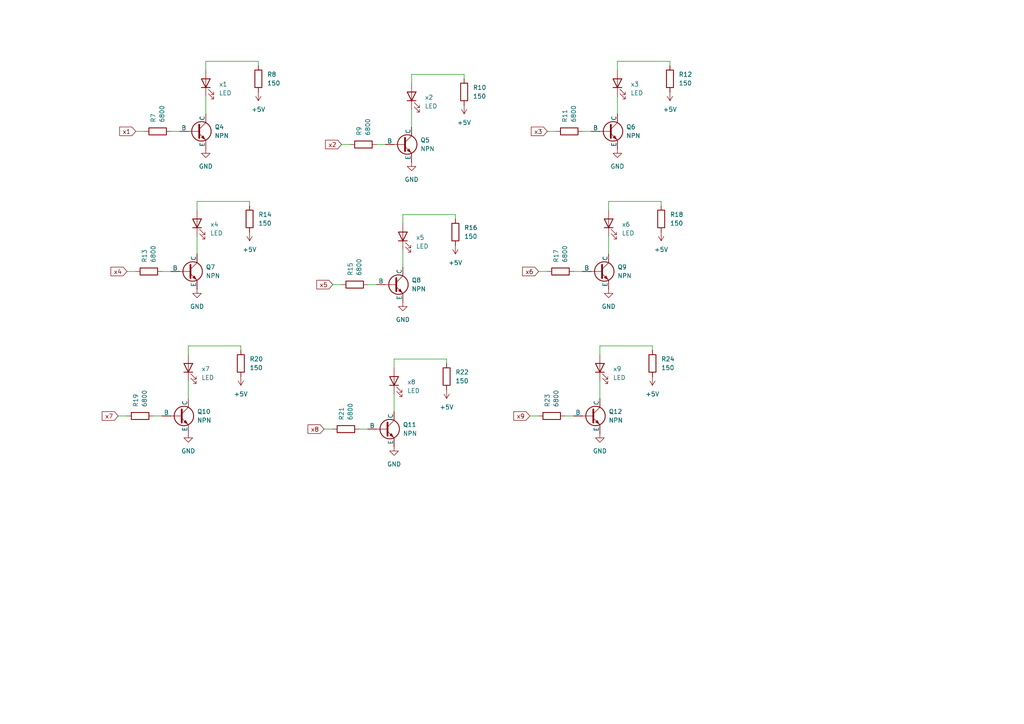
<source format=kicad_sch>
(kicad_sch
	(version 20250114)
	(generator "eeschema")
	(generator_version "9.0")
	(uuid "31a77939-a4ac-42a9-9890-a21083f450e1")
	(paper "A4")
	(lib_symbols
		(symbol "Device:LED"
			(pin_numbers
				(hide yes)
			)
			(pin_names
				(offset 1.016)
				(hide yes)
			)
			(exclude_from_sim no)
			(in_bom yes)
			(on_board yes)
			(property "Reference" "D"
				(at 0 2.54 0)
				(effects
					(font
						(size 1.27 1.27)
					)
				)
			)
			(property "Value" "LED"
				(at 0 -2.54 0)
				(effects
					(font
						(size 1.27 1.27)
					)
				)
			)
			(property "Footprint" ""
				(at 0 0 0)
				(effects
					(font
						(size 1.27 1.27)
					)
					(hide yes)
				)
			)
			(property "Datasheet" "~"
				(at 0 0 0)
				(effects
					(font
						(size 1.27 1.27)
					)
					(hide yes)
				)
			)
			(property "Description" "Light emitting diode"
				(at 0 0 0)
				(effects
					(font
						(size 1.27 1.27)
					)
					(hide yes)
				)
			)
			(property "Sim.Pins" "1=K 2=A"
				(at 0 0 0)
				(effects
					(font
						(size 1.27 1.27)
					)
					(hide yes)
				)
			)
			(property "ki_keywords" "LED diode"
				(at 0 0 0)
				(effects
					(font
						(size 1.27 1.27)
					)
					(hide yes)
				)
			)
			(property "ki_fp_filters" "LED* LED_SMD:* LED_THT:*"
				(at 0 0 0)
				(effects
					(font
						(size 1.27 1.27)
					)
					(hide yes)
				)
			)
			(symbol "LED_0_1"
				(polyline
					(pts
						(xy -3.048 -0.762) (xy -4.572 -2.286) (xy -3.81 -2.286) (xy -4.572 -2.286) (xy -4.572 -1.524)
					)
					(stroke
						(width 0)
						(type default)
					)
					(fill
						(type none)
					)
				)
				(polyline
					(pts
						(xy -1.778 -0.762) (xy -3.302 -2.286) (xy -2.54 -2.286) (xy -3.302 -2.286) (xy -3.302 -1.524)
					)
					(stroke
						(width 0)
						(type default)
					)
					(fill
						(type none)
					)
				)
				(polyline
					(pts
						(xy -1.27 0) (xy 1.27 0)
					)
					(stroke
						(width 0)
						(type default)
					)
					(fill
						(type none)
					)
				)
				(polyline
					(pts
						(xy -1.27 -1.27) (xy -1.27 1.27)
					)
					(stroke
						(width 0.254)
						(type default)
					)
					(fill
						(type none)
					)
				)
				(polyline
					(pts
						(xy 1.27 -1.27) (xy 1.27 1.27) (xy -1.27 0) (xy 1.27 -1.27)
					)
					(stroke
						(width 0.254)
						(type default)
					)
					(fill
						(type none)
					)
				)
			)
			(symbol "LED_1_1"
				(pin passive line
					(at -3.81 0 0)
					(length 2.54)
					(name "K"
						(effects
							(font
								(size 1.27 1.27)
							)
						)
					)
					(number "1"
						(effects
							(font
								(size 1.27 1.27)
							)
						)
					)
				)
				(pin passive line
					(at 3.81 0 180)
					(length 2.54)
					(name "A"
						(effects
							(font
								(size 1.27 1.27)
							)
						)
					)
					(number "2"
						(effects
							(font
								(size 1.27 1.27)
							)
						)
					)
				)
			)
			(embedded_fonts no)
		)
		(symbol "Device:R"
			(pin_numbers
				(hide yes)
			)
			(pin_names
				(offset 0)
			)
			(exclude_from_sim no)
			(in_bom yes)
			(on_board yes)
			(property "Reference" "R"
				(at 2.032 0 90)
				(effects
					(font
						(size 1.27 1.27)
					)
				)
			)
			(property "Value" "R"
				(at 0 0 90)
				(effects
					(font
						(size 1.27 1.27)
					)
				)
			)
			(property "Footprint" ""
				(at -1.778 0 90)
				(effects
					(font
						(size 1.27 1.27)
					)
					(hide yes)
				)
			)
			(property "Datasheet" "~"
				(at 0 0 0)
				(effects
					(font
						(size 1.27 1.27)
					)
					(hide yes)
				)
			)
			(property "Description" "Resistor"
				(at 0 0 0)
				(effects
					(font
						(size 1.27 1.27)
					)
					(hide yes)
				)
			)
			(property "ki_keywords" "R res resistor"
				(at 0 0 0)
				(effects
					(font
						(size 1.27 1.27)
					)
					(hide yes)
				)
			)
			(property "ki_fp_filters" "R_*"
				(at 0 0 0)
				(effects
					(font
						(size 1.27 1.27)
					)
					(hide yes)
				)
			)
			(symbol "R_0_1"
				(rectangle
					(start -1.016 -2.54)
					(end 1.016 2.54)
					(stroke
						(width 0.254)
						(type default)
					)
					(fill
						(type none)
					)
				)
			)
			(symbol "R_1_1"
				(pin passive line
					(at 0 3.81 270)
					(length 1.27)
					(name "~"
						(effects
							(font
								(size 1.27 1.27)
							)
						)
					)
					(number "1"
						(effects
							(font
								(size 1.27 1.27)
							)
						)
					)
				)
				(pin passive line
					(at 0 -3.81 90)
					(length 1.27)
					(name "~"
						(effects
							(font
								(size 1.27 1.27)
							)
						)
					)
					(number "2"
						(effects
							(font
								(size 1.27 1.27)
							)
						)
					)
				)
			)
			(embedded_fonts no)
		)
		(symbol "Simulation_SPICE:NPN"
			(pin_numbers
				(hide yes)
			)
			(pin_names
				(offset 0)
			)
			(exclude_from_sim no)
			(in_bom yes)
			(on_board yes)
			(property "Reference" "Q"
				(at -2.54 7.62 0)
				(effects
					(font
						(size 1.27 1.27)
					)
				)
			)
			(property "Value" "NPN"
				(at -2.54 5.08 0)
				(effects
					(font
						(size 1.27 1.27)
					)
				)
			)
			(property "Footprint" ""
				(at 63.5 0 0)
				(effects
					(font
						(size 1.27 1.27)
					)
					(hide yes)
				)
			)
			(property "Datasheet" "https://ngspice.sourceforge.io/docs/ngspice-html-manual/manual.xhtml#cha_BJTs"
				(at 63.5 0 0)
				(effects
					(font
						(size 1.27 1.27)
					)
					(hide yes)
				)
			)
			(property "Description" "Bipolar transistor symbol for simulation only, substrate tied to the emitter"
				(at 0 0 0)
				(effects
					(font
						(size 1.27 1.27)
					)
					(hide yes)
				)
			)
			(property "Sim.Device" "NPN"
				(at 0 0 0)
				(effects
					(font
						(size 1.27 1.27)
					)
					(hide yes)
				)
			)
			(property "Sim.Type" "GUMMELPOON"
				(at 0 0 0)
				(effects
					(font
						(size 1.27 1.27)
					)
					(hide yes)
				)
			)
			(property "Sim.Pins" "1=C 2=B 3=E"
				(at 0 0 0)
				(effects
					(font
						(size 1.27 1.27)
					)
					(hide yes)
				)
			)
			(property "ki_keywords" "simulation"
				(at 0 0 0)
				(effects
					(font
						(size 1.27 1.27)
					)
					(hide yes)
				)
			)
			(symbol "NPN_0_1"
				(polyline
					(pts
						(xy -2.54 0) (xy 0.635 0)
					)
					(stroke
						(width 0.1524)
						(type default)
					)
					(fill
						(type none)
					)
				)
				(polyline
					(pts
						(xy 0.635 1.905) (xy 0.635 -1.905) (xy 0.635 -1.905)
					)
					(stroke
						(width 0.508)
						(type default)
					)
					(fill
						(type none)
					)
				)
				(polyline
					(pts
						(xy 0.635 0.635) (xy 2.54 2.54)
					)
					(stroke
						(width 0)
						(type default)
					)
					(fill
						(type none)
					)
				)
				(polyline
					(pts
						(xy 0.635 -0.635) (xy 2.54 -2.54) (xy 2.54 -2.54)
					)
					(stroke
						(width 0)
						(type default)
					)
					(fill
						(type none)
					)
				)
				(circle
					(center 1.27 0)
					(radius 2.8194)
					(stroke
						(width 0.254)
						(type default)
					)
					(fill
						(type none)
					)
				)
				(polyline
					(pts
						(xy 1.27 -1.778) (xy 1.778 -1.27) (xy 2.286 -2.286) (xy 1.27 -1.778) (xy 1.27 -1.778)
					)
					(stroke
						(width 0)
						(type default)
					)
					(fill
						(type outline)
					)
				)
				(polyline
					(pts
						(xy 2.794 -1.27) (xy 2.794 -1.27)
					)
					(stroke
						(width 0.1524)
						(type default)
					)
					(fill
						(type none)
					)
				)
				(polyline
					(pts
						(xy 2.794 -1.27) (xy 2.794 -1.27)
					)
					(stroke
						(width 0.1524)
						(type default)
					)
					(fill
						(type none)
					)
				)
			)
			(symbol "NPN_1_1"
				(pin input line
					(at -5.08 0 0)
					(length 2.54)
					(name "B"
						(effects
							(font
								(size 1.27 1.27)
							)
						)
					)
					(number "2"
						(effects
							(font
								(size 1.27 1.27)
							)
						)
					)
				)
				(pin open_collector line
					(at 2.54 5.08 270)
					(length 2.54)
					(name "C"
						(effects
							(font
								(size 1.27 1.27)
							)
						)
					)
					(number "1"
						(effects
							(font
								(size 1.27 1.27)
							)
						)
					)
				)
				(pin open_emitter line
					(at 2.54 -5.08 90)
					(length 2.54)
					(name "E"
						(effects
							(font
								(size 1.27 1.27)
							)
						)
					)
					(number "3"
						(effects
							(font
								(size 1.27 1.27)
							)
						)
					)
				)
			)
			(embedded_fonts no)
		)
		(symbol "power:+5V"
			(power)
			(pin_numbers
				(hide yes)
			)
			(pin_names
				(offset 0)
				(hide yes)
			)
			(exclude_from_sim no)
			(in_bom yes)
			(on_board yes)
			(property "Reference" "#PWR"
				(at 0 -3.81 0)
				(effects
					(font
						(size 1.27 1.27)
					)
					(hide yes)
				)
			)
			(property "Value" "+5V"
				(at 0 3.556 0)
				(effects
					(font
						(size 1.27 1.27)
					)
				)
			)
			(property "Footprint" ""
				(at 0 0 0)
				(effects
					(font
						(size 1.27 1.27)
					)
					(hide yes)
				)
			)
			(property "Datasheet" ""
				(at 0 0 0)
				(effects
					(font
						(size 1.27 1.27)
					)
					(hide yes)
				)
			)
			(property "Description" "Power symbol creates a global label with name \"+5V\""
				(at 0 0 0)
				(effects
					(font
						(size 1.27 1.27)
					)
					(hide yes)
				)
			)
			(property "ki_keywords" "global power"
				(at 0 0 0)
				(effects
					(font
						(size 1.27 1.27)
					)
					(hide yes)
				)
			)
			(symbol "+5V_0_1"
				(polyline
					(pts
						(xy -0.762 1.27) (xy 0 2.54)
					)
					(stroke
						(width 0)
						(type default)
					)
					(fill
						(type none)
					)
				)
				(polyline
					(pts
						(xy 0 2.54) (xy 0.762 1.27)
					)
					(stroke
						(width 0)
						(type default)
					)
					(fill
						(type none)
					)
				)
				(polyline
					(pts
						(xy 0 0) (xy 0 2.54)
					)
					(stroke
						(width 0)
						(type default)
					)
					(fill
						(type none)
					)
				)
			)
			(symbol "+5V_1_1"
				(pin power_in line
					(at 0 0 90)
					(length 0)
					(name "~"
						(effects
							(font
								(size 1.27 1.27)
							)
						)
					)
					(number "1"
						(effects
							(font
								(size 1.27 1.27)
							)
						)
					)
				)
			)
			(embedded_fonts no)
		)
		(symbol "power:GND"
			(power)
			(pin_numbers
				(hide yes)
			)
			(pin_names
				(offset 0)
				(hide yes)
			)
			(exclude_from_sim no)
			(in_bom yes)
			(on_board yes)
			(property "Reference" "#PWR"
				(at 0 -6.35 0)
				(effects
					(font
						(size 1.27 1.27)
					)
					(hide yes)
				)
			)
			(property "Value" "GND"
				(at 0 -3.81 0)
				(effects
					(font
						(size 1.27 1.27)
					)
				)
			)
			(property "Footprint" ""
				(at 0 0 0)
				(effects
					(font
						(size 1.27 1.27)
					)
					(hide yes)
				)
			)
			(property "Datasheet" ""
				(at 0 0 0)
				(effects
					(font
						(size 1.27 1.27)
					)
					(hide yes)
				)
			)
			(property "Description" "Power symbol creates a global label with name \"GND\" , ground"
				(at 0 0 0)
				(effects
					(font
						(size 1.27 1.27)
					)
					(hide yes)
				)
			)
			(property "ki_keywords" "global power"
				(at 0 0 0)
				(effects
					(font
						(size 1.27 1.27)
					)
					(hide yes)
				)
			)
			(symbol "GND_0_1"
				(polyline
					(pts
						(xy 0 0) (xy 0 -1.27) (xy 1.27 -1.27) (xy 0 -2.54) (xy -1.27 -1.27) (xy 0 -1.27)
					)
					(stroke
						(width 0)
						(type default)
					)
					(fill
						(type none)
					)
				)
			)
			(symbol "GND_1_1"
				(pin power_in line
					(at 0 0 270)
					(length 0)
					(name "~"
						(effects
							(font
								(size 1.27 1.27)
							)
						)
					)
					(number "1"
						(effects
							(font
								(size 1.27 1.27)
							)
						)
					)
				)
			)
			(embedded_fonts no)
		)
	)
	(wire
		(pts
			(xy 168.91 38.1) (xy 171.45 38.1)
		)
		(stroke
			(width 0)
			(type default)
		)
		(uuid "032259d3-06be-4381-8563-19a02c835b86")
	)
	(wire
		(pts
			(xy 119.38 21.59) (xy 134.62 21.59)
		)
		(stroke
			(width 0)
			(type default)
		)
		(uuid "151c07db-e603-48ac-876a-3eefe86a28c9")
	)
	(wire
		(pts
			(xy 116.84 72.39) (xy 116.84 77.47)
		)
		(stroke
			(width 0)
			(type default)
		)
		(uuid "210df5bb-6ea9-436a-a9c1-5e4a9be514f1")
	)
	(wire
		(pts
			(xy 179.07 27.94) (xy 179.07 33.02)
		)
		(stroke
			(width 0)
			(type default)
		)
		(uuid "27e1f188-7f4e-471a-850b-c5a788ec729c")
	)
	(wire
		(pts
			(xy 134.62 21.59) (xy 134.62 22.86)
		)
		(stroke
			(width 0)
			(type default)
		)
		(uuid "28fc846f-fb4f-444c-89d1-44819756a291")
	)
	(wire
		(pts
			(xy 179.07 17.78) (xy 194.31 17.78)
		)
		(stroke
			(width 0)
			(type default)
		)
		(uuid "2a2961e2-53b8-4a7a-ba4e-0216de2d4358")
	)
	(wire
		(pts
			(xy 114.3 114.3) (xy 114.3 119.38)
		)
		(stroke
			(width 0)
			(type default)
		)
		(uuid "2ec2de8f-c638-4e03-a2d8-8b9ed332a233")
	)
	(wire
		(pts
			(xy 158.75 38.1) (xy 161.29 38.1)
		)
		(stroke
			(width 0)
			(type default)
		)
		(uuid "31c12729-fe52-475a-b3b9-d1d174f5b7f8")
	)
	(wire
		(pts
			(xy 96.52 82.55) (xy 99.06 82.55)
		)
		(stroke
			(width 0)
			(type default)
		)
		(uuid "323595cd-de92-47a7-9d38-a8e1c3ba6911")
	)
	(wire
		(pts
			(xy 104.14 124.46) (xy 106.68 124.46)
		)
		(stroke
			(width 0)
			(type default)
		)
		(uuid "33fa5351-df2a-4f60-9a07-911f2374a40a")
	)
	(wire
		(pts
			(xy 173.99 110.49) (xy 173.99 115.57)
		)
		(stroke
			(width 0)
			(type default)
		)
		(uuid "3433180a-c4df-40f2-b280-d5e257ca91d7")
	)
	(wire
		(pts
			(xy 59.69 20.32) (xy 59.69 17.78)
		)
		(stroke
			(width 0)
			(type default)
		)
		(uuid "41adc463-5146-473b-9edc-a3c5dce3939c")
	)
	(wire
		(pts
			(xy 166.37 78.74) (xy 168.91 78.74)
		)
		(stroke
			(width 0)
			(type default)
		)
		(uuid "4b00c6c1-77f2-47e7-8b1e-9f090b3ab814")
	)
	(wire
		(pts
			(xy 114.3 104.14) (xy 129.54 104.14)
		)
		(stroke
			(width 0)
			(type default)
		)
		(uuid "4c0263ef-7a46-4724-931c-56e8c7bd0612")
	)
	(wire
		(pts
			(xy 57.15 60.96) (xy 57.15 58.42)
		)
		(stroke
			(width 0)
			(type default)
		)
		(uuid "5f5e0754-0661-4bf0-901b-208cadd92f7d")
	)
	(wire
		(pts
			(xy 179.07 20.32) (xy 179.07 17.78)
		)
		(stroke
			(width 0)
			(type default)
		)
		(uuid "65358c84-759a-49d9-b8dd-a6c8d3fa8a62")
	)
	(wire
		(pts
			(xy 49.53 38.1) (xy 52.07 38.1)
		)
		(stroke
			(width 0)
			(type default)
		)
		(uuid "656d211c-054d-4eb9-af46-8343f95e8064")
	)
	(wire
		(pts
			(xy 36.83 78.74) (xy 39.37 78.74)
		)
		(stroke
			(width 0)
			(type default)
		)
		(uuid "665645e7-8a88-4fbf-b9b2-2d2f5e38692c")
	)
	(wire
		(pts
			(xy 74.93 17.78) (xy 74.93 19.05)
		)
		(stroke
			(width 0)
			(type default)
		)
		(uuid "697f9fb2-df31-4a44-b04d-bed7b262697e")
	)
	(wire
		(pts
			(xy 54.61 100.33) (xy 69.85 100.33)
		)
		(stroke
			(width 0)
			(type default)
		)
		(uuid "6a9d4adf-ece3-4c09-82ce-4c53b3077e5f")
	)
	(wire
		(pts
			(xy 119.38 24.13) (xy 119.38 21.59)
		)
		(stroke
			(width 0)
			(type default)
		)
		(uuid "6fa83866-53fc-4f0e-bd7f-3117846f468a")
	)
	(wire
		(pts
			(xy 176.53 58.42) (xy 191.77 58.42)
		)
		(stroke
			(width 0)
			(type default)
		)
		(uuid "7201883e-8eaa-40f8-b630-0a5a9f52e9d7")
	)
	(wire
		(pts
			(xy 46.99 78.74) (xy 49.53 78.74)
		)
		(stroke
			(width 0)
			(type default)
		)
		(uuid "7fc794a6-fa65-44ac-85db-499fe95977e5")
	)
	(wire
		(pts
			(xy 129.54 104.14) (xy 129.54 105.41)
		)
		(stroke
			(width 0)
			(type default)
		)
		(uuid "85137658-6148-4069-8737-8eafe1c51e8e")
	)
	(wire
		(pts
			(xy 114.3 106.68) (xy 114.3 104.14)
		)
		(stroke
			(width 0)
			(type default)
		)
		(uuid "88f9ed08-cefe-42bc-b85e-4dcf20467431")
	)
	(wire
		(pts
			(xy 59.69 17.78) (xy 74.93 17.78)
		)
		(stroke
			(width 0)
			(type default)
		)
		(uuid "8ca8c5a0-fdf0-4189-ac1d-d9df424b32ba")
	)
	(wire
		(pts
			(xy 69.85 100.33) (xy 69.85 101.6)
		)
		(stroke
			(width 0)
			(type default)
		)
		(uuid "8cb0fcc2-a3ab-478a-a995-7ff58119c43b")
	)
	(wire
		(pts
			(xy 116.84 62.23) (xy 132.08 62.23)
		)
		(stroke
			(width 0)
			(type default)
		)
		(uuid "8f34322f-9d25-4b39-8c23-0d6f752d1554")
	)
	(wire
		(pts
			(xy 109.22 41.91) (xy 111.76 41.91)
		)
		(stroke
			(width 0)
			(type default)
		)
		(uuid "931bf060-d08f-4dc4-ae5c-f4408ce3538c")
	)
	(wire
		(pts
			(xy 116.84 64.77) (xy 116.84 62.23)
		)
		(stroke
			(width 0)
			(type default)
		)
		(uuid "97469586-63b5-4ce9-915d-9f1ddd248430")
	)
	(wire
		(pts
			(xy 54.61 102.87) (xy 54.61 100.33)
		)
		(stroke
			(width 0)
			(type default)
		)
		(uuid "9aedebbb-5f43-47ea-a461-63dbc89913eb")
	)
	(wire
		(pts
			(xy 156.21 78.74) (xy 158.75 78.74)
		)
		(stroke
			(width 0)
			(type default)
		)
		(uuid "ab38d9f1-6b16-4d45-b150-b61f5a0dcf1c")
	)
	(wire
		(pts
			(xy 39.37 38.1) (xy 41.91 38.1)
		)
		(stroke
			(width 0)
			(type default)
		)
		(uuid "b1d05912-a8e1-4302-9203-d2f13bbeae0f")
	)
	(wire
		(pts
			(xy 191.77 58.42) (xy 191.77 59.69)
		)
		(stroke
			(width 0)
			(type default)
		)
		(uuid "b7923fb3-1b65-43b2-bb9c-2eeb543562c8")
	)
	(wire
		(pts
			(xy 72.39 58.42) (xy 72.39 59.69)
		)
		(stroke
			(width 0)
			(type default)
		)
		(uuid "b7d15287-81a4-4d70-93e0-2003c898dc65")
	)
	(wire
		(pts
			(xy 44.45 120.65) (xy 46.99 120.65)
		)
		(stroke
			(width 0)
			(type default)
		)
		(uuid "beedb8ef-9cb5-4a9a-9cea-15922f7d7598")
	)
	(wire
		(pts
			(xy 176.53 68.58) (xy 176.53 73.66)
		)
		(stroke
			(width 0)
			(type default)
		)
		(uuid "c114f534-a348-4901-945c-a404f38ae307")
	)
	(wire
		(pts
			(xy 106.68 82.55) (xy 109.22 82.55)
		)
		(stroke
			(width 0)
			(type default)
		)
		(uuid "c6692344-e441-4160-9fbe-8b1e39c11e63")
	)
	(wire
		(pts
			(xy 93.98 124.46) (xy 96.52 124.46)
		)
		(stroke
			(width 0)
			(type default)
		)
		(uuid "c8cb8425-d978-488d-b098-084928b3e104")
	)
	(wire
		(pts
			(xy 99.06 41.91) (xy 101.6 41.91)
		)
		(stroke
			(width 0)
			(type default)
		)
		(uuid "c8ce9838-10b3-4f3a-975b-53c453eded4c")
	)
	(wire
		(pts
			(xy 189.23 100.33) (xy 189.23 101.6)
		)
		(stroke
			(width 0)
			(type default)
		)
		(uuid "c9c393d6-c298-4a04-9e3b-3953b11979e0")
	)
	(wire
		(pts
			(xy 54.61 110.49) (xy 54.61 115.57)
		)
		(stroke
			(width 0)
			(type default)
		)
		(uuid "d0309133-e5de-405a-b99e-028cada2bf0d")
	)
	(wire
		(pts
			(xy 57.15 58.42) (xy 72.39 58.42)
		)
		(stroke
			(width 0)
			(type default)
		)
		(uuid "d2112fbb-be78-4eea-b884-4757975841d1")
	)
	(wire
		(pts
			(xy 153.67 120.65) (xy 156.21 120.65)
		)
		(stroke
			(width 0)
			(type default)
		)
		(uuid "d8ac97ff-bb2d-4cb6-8a88-c16789a6f016")
	)
	(wire
		(pts
			(xy 163.83 120.65) (xy 166.37 120.65)
		)
		(stroke
			(width 0)
			(type default)
		)
		(uuid "dd1dbb89-d52d-4d15-bd93-e8e395f1d72a")
	)
	(wire
		(pts
			(xy 194.31 17.78) (xy 194.31 19.05)
		)
		(stroke
			(width 0)
			(type default)
		)
		(uuid "df92cd31-b016-41cc-945b-c67bd559eae1")
	)
	(wire
		(pts
			(xy 59.69 27.94) (xy 59.69 33.02)
		)
		(stroke
			(width 0)
			(type default)
		)
		(uuid "dff5656d-c57a-40f6-a6b3-b3b1017955b5")
	)
	(wire
		(pts
			(xy 176.53 60.96) (xy 176.53 58.42)
		)
		(stroke
			(width 0)
			(type default)
		)
		(uuid "e0c83a3c-8c0e-4c08-b9be-acbede3c8540")
	)
	(wire
		(pts
			(xy 173.99 102.87) (xy 173.99 100.33)
		)
		(stroke
			(width 0)
			(type default)
		)
		(uuid "e2a78e52-7548-4342-b2c1-405fe541e52f")
	)
	(wire
		(pts
			(xy 119.38 31.75) (xy 119.38 36.83)
		)
		(stroke
			(width 0)
			(type default)
		)
		(uuid "e44b983e-805f-4f96-8828-17b4bfb7431a")
	)
	(wire
		(pts
			(xy 132.08 62.23) (xy 132.08 63.5)
		)
		(stroke
			(width 0)
			(type default)
		)
		(uuid "e80cc621-8779-475c-b221-5a154e9abae6")
	)
	(wire
		(pts
			(xy 34.29 120.65) (xy 36.83 120.65)
		)
		(stroke
			(width 0)
			(type default)
		)
		(uuid "ecb875af-7c52-40ba-84b1-0fe621430587")
	)
	(wire
		(pts
			(xy 173.99 100.33) (xy 189.23 100.33)
		)
		(stroke
			(width 0)
			(type default)
		)
		(uuid "f90e1fc4-e8ca-4169-97d7-5e0aa7871f18")
	)
	(wire
		(pts
			(xy 57.15 68.58) (xy 57.15 73.66)
		)
		(stroke
			(width 0)
			(type default)
		)
		(uuid "fec25064-0568-486f-a089-90d724185fe9")
	)
	(global_label "x4"
		(shape input)
		(at 36.83 78.74 180)
		(fields_autoplaced yes)
		(effects
			(font
				(size 1.27 1.27)
			)
			(justify right)
		)
		(uuid "51d1dbe9-8ca3-4161-8eec-c0a335186f84")
		(property "Intersheetrefs" "${INTERSHEET_REFS}"
			(at 31.6072 78.74 0)
			(effects
				(font
					(size 1.27 1.27)
				)
				(justify right)
				(hide yes)
			)
		)
	)
	(global_label "x3"
		(shape input)
		(at 158.75 38.1 180)
		(fields_autoplaced yes)
		(effects
			(font
				(size 1.27 1.27)
			)
			(justify right)
		)
		(uuid "53ca8c59-ce2e-4f8a-b73e-76391b426af5")
		(property "Intersheetrefs" "${INTERSHEET_REFS}"
			(at 153.5272 38.1 0)
			(effects
				(font
					(size 1.27 1.27)
				)
				(justify right)
				(hide yes)
			)
		)
	)
	(global_label "x2"
		(shape input)
		(at 99.06 41.91 180)
		(fields_autoplaced yes)
		(effects
			(font
				(size 1.27 1.27)
			)
			(justify right)
		)
		(uuid "73b72ca8-e265-49cc-9c5d-6fc21709d738")
		(property "Intersheetrefs" "${INTERSHEET_REFS}"
			(at 93.8372 41.91 0)
			(effects
				(font
					(size 1.27 1.27)
				)
				(justify right)
				(hide yes)
			)
		)
	)
	(global_label "x1"
		(shape input)
		(at 39.37 38.1 180)
		(fields_autoplaced yes)
		(effects
			(font
				(size 1.27 1.27)
			)
			(justify right)
		)
		(uuid "a217eb56-8674-49d5-a217-47ac32e0e1c3")
		(property "Intersheetrefs" "${INTERSHEET_REFS}"
			(at 34.1472 38.1 0)
			(effects
				(font
					(size 1.27 1.27)
				)
				(justify right)
				(hide yes)
			)
		)
	)
	(global_label "x7"
		(shape input)
		(at 34.29 120.65 180)
		(fields_autoplaced yes)
		(effects
			(font
				(size 1.27 1.27)
			)
			(justify right)
		)
		(uuid "b8f40a3c-d168-4073-bbcf-3f0db382590c")
		(property "Intersheetrefs" "${INTERSHEET_REFS}"
			(at 29.0672 120.65 0)
			(effects
				(font
					(size 1.27 1.27)
				)
				(justify right)
				(hide yes)
			)
		)
	)
	(global_label "x6"
		(shape input)
		(at 156.21 78.74 180)
		(fields_autoplaced yes)
		(effects
			(font
				(size 1.27 1.27)
			)
			(justify right)
		)
		(uuid "cd89e64a-ed90-4fbe-98f3-04ae00b97504")
		(property "Intersheetrefs" "${INTERSHEET_REFS}"
			(at 150.9872 78.74 0)
			(effects
				(font
					(size 1.27 1.27)
				)
				(justify right)
				(hide yes)
			)
		)
	)
	(global_label "x5"
		(shape input)
		(at 96.52 82.55 180)
		(fields_autoplaced yes)
		(effects
			(font
				(size 1.27 1.27)
			)
			(justify right)
		)
		(uuid "cf9cc792-eb06-48f3-88d7-cd0635df37f8")
		(property "Intersheetrefs" "${INTERSHEET_REFS}"
			(at 91.2972 82.55 0)
			(effects
				(font
					(size 1.27 1.27)
				)
				(justify right)
				(hide yes)
			)
		)
	)
	(global_label "x9"
		(shape input)
		(at 153.67 120.65 180)
		(fields_autoplaced yes)
		(effects
			(font
				(size 1.27 1.27)
			)
			(justify right)
		)
		(uuid "d323bc8e-e33a-483b-a492-ccede6282696")
		(property "Intersheetrefs" "${INTERSHEET_REFS}"
			(at 148.4472 120.65 0)
			(effects
				(font
					(size 1.27 1.27)
				)
				(justify right)
				(hide yes)
			)
		)
	)
	(global_label "x8"
		(shape input)
		(at 93.98 124.46 180)
		(fields_autoplaced yes)
		(effects
			(font
				(size 1.27 1.27)
			)
			(justify right)
		)
		(uuid "df8e72e0-4f17-4434-9e7b-d4f7354b7b36")
		(property "Intersheetrefs" "${INTERSHEET_REFS}"
			(at 88.7572 124.46 0)
			(effects
				(font
					(size 1.27 1.27)
				)
				(justify right)
				(hide yes)
			)
		)
	)
	(symbol
		(lib_id "Device:R")
		(at 40.64 120.65 90)
		(unit 1)
		(exclude_from_sim no)
		(in_bom yes)
		(on_board yes)
		(dnp no)
		(fields_autoplaced yes)
		(uuid "0641d63a-ecbe-4939-9a0d-3db379748b73")
		(property "Reference" "R19"
			(at 39.3699 118.11 0)
			(effects
				(font
					(size 1.27 1.27)
				)
				(justify left)
			)
		)
		(property "Value" "6800"
			(at 41.9099 118.11 0)
			(effects
				(font
					(size 1.27 1.27)
				)
				(justify left)
			)
		)
		(property "Footprint" "Resistor_THT:R_Axial_DIN0309_L9.0mm_D3.2mm_P12.70mm_Horizontal"
			(at 40.64 122.428 90)
			(effects
				(font
					(size 1.27 1.27)
				)
				(hide yes)
			)
		)
		(property "Datasheet" "~"
			(at 40.64 120.65 0)
			(effects
				(font
					(size 1.27 1.27)
				)
				(hide yes)
			)
		)
		(property "Description" "Resistor"
			(at 40.64 120.65 0)
			(effects
				(font
					(size 1.27 1.27)
				)
				(hide yes)
			)
		)
		(pin "1"
			(uuid "0e063bf2-4ea2-4d13-8039-53e6929d039d")
		)
		(pin "2"
			(uuid "c6efc1c7-c598-4841-8860-fba58d778453")
		)
		(instances
			(project "DSD_Project"
				(path "/0f222bc9-c86a-4c26-921d-459394749d18/fa38e73d-9576-4d57-82ea-c234c7fb1378/ac6f3924-6ada-4f4f-93a7-c87ecf60042e"
					(reference "R19")
					(unit 1)
				)
			)
		)
	)
	(symbol
		(lib_id "power:+5V")
		(at 74.93 26.67 180)
		(unit 1)
		(exclude_from_sim no)
		(in_bom yes)
		(on_board yes)
		(dnp no)
		(fields_autoplaced yes)
		(uuid "06987490-9400-488e-b99c-8041f1429b46")
		(property "Reference" "#PWR0121"
			(at 74.93 22.86 0)
			(effects
				(font
					(size 1.27 1.27)
				)
				(hide yes)
			)
		)
		(property "Value" "+5V"
			(at 74.93 31.75 0)
			(effects
				(font
					(size 1.27 1.27)
				)
			)
		)
		(property "Footprint" ""
			(at 74.93 26.67 0)
			(effects
				(font
					(size 1.27 1.27)
				)
				(hide yes)
			)
		)
		(property "Datasheet" ""
			(at 74.93 26.67 0)
			(effects
				(font
					(size 1.27 1.27)
				)
				(hide yes)
			)
		)
		(property "Description" "Power symbol creates a global label with name \"+5V\""
			(at 74.93 26.67 0)
			(effects
				(font
					(size 1.27 1.27)
				)
				(hide yes)
			)
		)
		(pin "1"
			(uuid "864b9a44-7d83-40a9-a219-2e7a18db3cdf")
		)
		(instances
			(project "DSD_Project"
				(path "/0f222bc9-c86a-4c26-921d-459394749d18/fa38e73d-9576-4d57-82ea-c234c7fb1378/ac6f3924-6ada-4f4f-93a7-c87ecf60042e"
					(reference "#PWR0121")
					(unit 1)
				)
			)
		)
	)
	(symbol
		(lib_id "Device:R")
		(at 191.77 63.5 0)
		(unit 1)
		(exclude_from_sim no)
		(in_bom yes)
		(on_board yes)
		(dnp no)
		(fields_autoplaced yes)
		(uuid "074af989-570b-4527-8699-d75d959ff85f")
		(property "Reference" "R18"
			(at 194.31 62.2299 0)
			(effects
				(font
					(size 1.27 1.27)
				)
				(justify left)
			)
		)
		(property "Value" "150"
			(at 194.31 64.7699 0)
			(effects
				(font
					(size 1.27 1.27)
				)
				(justify left)
			)
		)
		(property "Footprint" "Resistor_THT:R_Axial_DIN0207_L6.3mm_D2.5mm_P7.62mm_Horizontal"
			(at 189.992 63.5 90)
			(effects
				(font
					(size 1.27 1.27)
				)
				(hide yes)
			)
		)
		(property "Datasheet" "~"
			(at 191.77 63.5 0)
			(effects
				(font
					(size 1.27 1.27)
				)
				(hide yes)
			)
		)
		(property "Description" "Resistor"
			(at 191.77 63.5 0)
			(effects
				(font
					(size 1.27 1.27)
				)
				(hide yes)
			)
		)
		(pin "1"
			(uuid "141f04a7-5241-4e20-8c9a-7409d8530f92")
		)
		(pin "2"
			(uuid "075d0e07-20e8-4f93-898e-9501dc5edfd8")
		)
		(instances
			(project "DSD_Project"
				(path "/0f222bc9-c86a-4c26-921d-459394749d18/fa38e73d-9576-4d57-82ea-c234c7fb1378/ac6f3924-6ada-4f4f-93a7-c87ecf60042e"
					(reference "R18")
					(unit 1)
				)
			)
		)
	)
	(symbol
		(lib_id "Simulation_SPICE:NPN")
		(at 54.61 78.74 0)
		(unit 1)
		(exclude_from_sim no)
		(in_bom yes)
		(on_board yes)
		(dnp no)
		(fields_autoplaced yes)
		(uuid "07eb9007-7546-4503-9eb4-813ef2cf9bfc")
		(property "Reference" "Q7"
			(at 59.69 77.4699 0)
			(effects
				(font
					(size 1.27 1.27)
				)
				(justify left)
			)
		)
		(property "Value" "NPN"
			(at 59.69 80.0099 0)
			(effects
				(font
					(size 1.27 1.27)
				)
				(justify left)
			)
		)
		(property "Footprint" "Package_TO_SOT_THT:TO-92_Inline"
			(at 118.11 78.74 0)
			(effects
				(font
					(size 1.27 1.27)
				)
				(hide yes)
			)
		)
		(property "Datasheet" "https://ngspice.sourceforge.io/docs/ngspice-html-manual/manual.xhtml#cha_BJTs"
			(at 118.11 78.74 0)
			(effects
				(font
					(size 1.27 1.27)
				)
				(hide yes)
			)
		)
		(property "Description" "Bipolar transistor symbol for simulation only, substrate tied to the emitter"
			(at 54.61 78.74 0)
			(effects
				(font
					(size 1.27 1.27)
				)
				(hide yes)
			)
		)
		(property "Sim.Device" "NPN"
			(at 54.61 78.74 0)
			(effects
				(font
					(size 1.27 1.27)
				)
				(hide yes)
			)
		)
		(property "Sim.Type" "GUMMELPOON"
			(at 54.61 78.74 0)
			(effects
				(font
					(size 1.27 1.27)
				)
				(hide yes)
			)
		)
		(property "Sim.Pins" "1=C 2=B 3=E"
			(at 54.61 78.74 0)
			(effects
				(font
					(size 1.27 1.27)
				)
				(hide yes)
			)
		)
		(pin "2"
			(uuid "1aca7a7d-a22e-4ddd-9a20-7dcdc78812f1")
		)
		(pin "3"
			(uuid "0044ec13-5530-45ec-bb37-c6b758531932")
		)
		(pin "1"
			(uuid "95f2e6f4-38c1-44a3-8ad2-a7ea62b25423")
		)
		(instances
			(project "DSD_Project"
				(path "/0f222bc9-c86a-4c26-921d-459394749d18/fa38e73d-9576-4d57-82ea-c234c7fb1378/ac6f3924-6ada-4f4f-93a7-c87ecf60042e"
					(reference "Q7")
					(unit 1)
				)
			)
		)
	)
	(symbol
		(lib_id "power:GND")
		(at 173.99 125.73 0)
		(unit 1)
		(exclude_from_sim no)
		(in_bom yes)
		(on_board yes)
		(dnp no)
		(fields_autoplaced yes)
		(uuid "08cb0c93-5168-4471-bfcd-d1578ece29f3")
		(property "Reference" "#PWR0136"
			(at 173.99 132.08 0)
			(effects
				(font
					(size 1.27 1.27)
				)
				(hide yes)
			)
		)
		(property "Value" "GND"
			(at 173.99 130.81 0)
			(effects
				(font
					(size 1.27 1.27)
				)
			)
		)
		(property "Footprint" ""
			(at 173.99 125.73 0)
			(effects
				(font
					(size 1.27 1.27)
				)
				(hide yes)
			)
		)
		(property "Datasheet" ""
			(at 173.99 125.73 0)
			(effects
				(font
					(size 1.27 1.27)
				)
				(hide yes)
			)
		)
		(property "Description" "Power symbol creates a global label with name \"GND\" , ground"
			(at 173.99 125.73 0)
			(effects
				(font
					(size 1.27 1.27)
				)
				(hide yes)
			)
		)
		(pin "1"
			(uuid "b6c88eca-7c62-4f2d-9c60-ec4b6afb9dac")
		)
		(instances
			(project "DSD_Project"
				(path "/0f222bc9-c86a-4c26-921d-459394749d18/fa38e73d-9576-4d57-82ea-c234c7fb1378/ac6f3924-6ada-4f4f-93a7-c87ecf60042e"
					(reference "#PWR0136")
					(unit 1)
				)
			)
		)
	)
	(symbol
		(lib_id "Device:LED")
		(at 119.38 27.94 90)
		(unit 1)
		(exclude_from_sim no)
		(in_bom yes)
		(on_board yes)
		(dnp no)
		(fields_autoplaced yes)
		(uuid "0e39bb81-7d7d-4fb9-b8a0-90380abb1ec2")
		(property "Reference" "x2"
			(at 123.19 28.2574 90)
			(effects
				(font
					(size 1.27 1.27)
				)
				(justify right)
			)
		)
		(property "Value" "LED"
			(at 123.19 30.7974 90)
			(effects
				(font
					(size 1.27 1.27)
				)
				(justify right)
			)
		)
		(property "Footprint" "LED_THT:LED_D3.0mm"
			(at 119.38 27.94 0)
			(effects
				(font
					(size 1.27 1.27)
				)
				(hide yes)
			)
		)
		(property "Datasheet" "~"
			(at 119.38 27.94 0)
			(effects
				(font
					(size 1.27 1.27)
				)
				(hide yes)
			)
		)
		(property "Description" "Light emitting diode"
			(at 119.38 27.94 0)
			(effects
				(font
					(size 1.27 1.27)
				)
				(hide yes)
			)
		)
		(property "Sim.Pins" "1=K 2=A"
			(at 119.38 27.94 0)
			(effects
				(font
					(size 1.27 1.27)
				)
				(hide yes)
			)
		)
		(pin "1"
			(uuid "33e7c57a-0096-4497-a095-649fbfaaceec")
		)
		(pin "2"
			(uuid "fb4274c2-2028-4519-bf82-624c08aa3d48")
		)
		(instances
			(project "DSD_Project"
				(path "/0f222bc9-c86a-4c26-921d-459394749d18/fa38e73d-9576-4d57-82ea-c234c7fb1378/ac6f3924-6ada-4f4f-93a7-c87ecf60042e"
					(reference "x2")
					(unit 1)
				)
			)
		)
	)
	(symbol
		(lib_id "Simulation_SPICE:NPN")
		(at 114.3 82.55 0)
		(unit 1)
		(exclude_from_sim no)
		(in_bom yes)
		(on_board yes)
		(dnp no)
		(fields_autoplaced yes)
		(uuid "1099f913-c5ef-4160-bda0-b597f5d0cc75")
		(property "Reference" "Q8"
			(at 119.38 81.2799 0)
			(effects
				(font
					(size 1.27 1.27)
				)
				(justify left)
			)
		)
		(property "Value" "NPN"
			(at 119.38 83.8199 0)
			(effects
				(font
					(size 1.27 1.27)
				)
				(justify left)
			)
		)
		(property "Footprint" "Package_TO_SOT_THT:TO-92_Inline"
			(at 177.8 82.55 0)
			(effects
				(font
					(size 1.27 1.27)
				)
				(hide yes)
			)
		)
		(property "Datasheet" "https://ngspice.sourceforge.io/docs/ngspice-html-manual/manual.xhtml#cha_BJTs"
			(at 177.8 82.55 0)
			(effects
				(font
					(size 1.27 1.27)
				)
				(hide yes)
			)
		)
		(property "Description" "Bipolar transistor symbol for simulation only, substrate tied to the emitter"
			(at 114.3 82.55 0)
			(effects
				(font
					(size 1.27 1.27)
				)
				(hide yes)
			)
		)
		(property "Sim.Device" "NPN"
			(at 114.3 82.55 0)
			(effects
				(font
					(size 1.27 1.27)
				)
				(hide yes)
			)
		)
		(property "Sim.Type" "GUMMELPOON"
			(at 114.3 82.55 0)
			(effects
				(font
					(size 1.27 1.27)
				)
				(hide yes)
			)
		)
		(property "Sim.Pins" "1=C 2=B 3=E"
			(at 114.3 82.55 0)
			(effects
				(font
					(size 1.27 1.27)
				)
				(hide yes)
			)
		)
		(pin "2"
			(uuid "561e7804-9ec3-4d38-ac6c-617a9a44d795")
		)
		(pin "3"
			(uuid "8ad23211-ae62-4c99-bf4b-a20f46542646")
		)
		(pin "1"
			(uuid "bb83898d-2790-4c2c-b3dd-68b9e1a51a3a")
		)
		(instances
			(project "DSD_Project"
				(path "/0f222bc9-c86a-4c26-921d-459394749d18/fa38e73d-9576-4d57-82ea-c234c7fb1378/ac6f3924-6ada-4f4f-93a7-c87ecf60042e"
					(reference "Q8")
					(unit 1)
				)
			)
		)
	)
	(symbol
		(lib_id "Device:R")
		(at 69.85 105.41 0)
		(unit 1)
		(exclude_from_sim no)
		(in_bom yes)
		(on_board yes)
		(dnp no)
		(fields_autoplaced yes)
		(uuid "13951693-9679-406d-b462-72ecf82d5b23")
		(property "Reference" "R20"
			(at 72.39 104.1399 0)
			(effects
				(font
					(size 1.27 1.27)
				)
				(justify left)
			)
		)
		(property "Value" "150"
			(at 72.39 106.6799 0)
			(effects
				(font
					(size 1.27 1.27)
				)
				(justify left)
			)
		)
		(property "Footprint" "Resistor_THT:R_Axial_DIN0207_L6.3mm_D2.5mm_P7.62mm_Horizontal"
			(at 68.072 105.41 90)
			(effects
				(font
					(size 1.27 1.27)
				)
				(hide yes)
			)
		)
		(property "Datasheet" "~"
			(at 69.85 105.41 0)
			(effects
				(font
					(size 1.27 1.27)
				)
				(hide yes)
			)
		)
		(property "Description" "Resistor"
			(at 69.85 105.41 0)
			(effects
				(font
					(size 1.27 1.27)
				)
				(hide yes)
			)
		)
		(pin "1"
			(uuid "3f689608-42ec-4824-91c9-e27f103a400b")
		)
		(pin "2"
			(uuid "62f06601-4181-4f14-92cd-94b2ea56c59e")
		)
		(instances
			(project "DSD_Project"
				(path "/0f222bc9-c86a-4c26-921d-459394749d18/fa38e73d-9576-4d57-82ea-c234c7fb1378/ac6f3924-6ada-4f4f-93a7-c87ecf60042e"
					(reference "R20")
					(unit 1)
				)
			)
		)
	)
	(symbol
		(lib_id "power:+5V")
		(at 132.08 71.12 180)
		(unit 1)
		(exclude_from_sim no)
		(in_bom yes)
		(on_board yes)
		(dnp no)
		(fields_autoplaced yes)
		(uuid "16bbe140-0021-4765-bff2-c1f7108db424")
		(property "Reference" "#PWR0129"
			(at 132.08 67.31 0)
			(effects
				(font
					(size 1.27 1.27)
				)
				(hide yes)
			)
		)
		(property "Value" "+5V"
			(at 132.08 76.2 0)
			(effects
				(font
					(size 1.27 1.27)
				)
			)
		)
		(property "Footprint" ""
			(at 132.08 71.12 0)
			(effects
				(font
					(size 1.27 1.27)
				)
				(hide yes)
			)
		)
		(property "Datasheet" ""
			(at 132.08 71.12 0)
			(effects
				(font
					(size 1.27 1.27)
				)
				(hide yes)
			)
		)
		(property "Description" "Power symbol creates a global label with name \"+5V\""
			(at 132.08 71.12 0)
			(effects
				(font
					(size 1.27 1.27)
				)
				(hide yes)
			)
		)
		(pin "1"
			(uuid "192f1624-798f-4aa3-90b6-ea3f83b45aeb")
		)
		(instances
			(project "DSD_Project"
				(path "/0f222bc9-c86a-4c26-921d-459394749d18/fa38e73d-9576-4d57-82ea-c234c7fb1378/ac6f3924-6ada-4f4f-93a7-c87ecf60042e"
					(reference "#PWR0129")
					(unit 1)
				)
			)
		)
	)
	(symbol
		(lib_id "Device:R")
		(at 105.41 41.91 90)
		(unit 1)
		(exclude_from_sim no)
		(in_bom yes)
		(on_board yes)
		(dnp no)
		(fields_autoplaced yes)
		(uuid "1c34683d-21b4-470d-990d-8d1ad448f10b")
		(property "Reference" "R9"
			(at 104.1399 39.37 0)
			(effects
				(font
					(size 1.27 1.27)
				)
				(justify left)
			)
		)
		(property "Value" "6800"
			(at 106.6799 39.37 0)
			(effects
				(font
					(size 1.27 1.27)
				)
				(justify left)
			)
		)
		(property "Footprint" "Resistor_THT:R_Axial_DIN0309_L9.0mm_D3.2mm_P12.70mm_Horizontal"
			(at 105.41 43.688 90)
			(effects
				(font
					(size 1.27 1.27)
				)
				(hide yes)
			)
		)
		(property "Datasheet" "~"
			(at 105.41 41.91 0)
			(effects
				(font
					(size 1.27 1.27)
				)
				(hide yes)
			)
		)
		(property "Description" "Resistor"
			(at 105.41 41.91 0)
			(effects
				(font
					(size 1.27 1.27)
				)
				(hide yes)
			)
		)
		(pin "1"
			(uuid "250fd1c6-d7f5-48a2-9531-84ee7125104f")
		)
		(pin "2"
			(uuid "6a43dc49-56c2-40dd-947d-7abda9e8406d")
		)
		(instances
			(project "DSD_Project"
				(path "/0f222bc9-c86a-4c26-921d-459394749d18/fa38e73d-9576-4d57-82ea-c234c7fb1378/ac6f3924-6ada-4f4f-93a7-c87ecf60042e"
					(reference "R9")
					(unit 1)
				)
			)
		)
	)
	(symbol
		(lib_id "power:+5V")
		(at 134.62 30.48 180)
		(unit 1)
		(exclude_from_sim no)
		(in_bom yes)
		(on_board yes)
		(dnp no)
		(fields_autoplaced yes)
		(uuid "228ca796-0ea9-4b97-9a6d-c405548415d8")
		(property "Reference" "#PWR0123"
			(at 134.62 26.67 0)
			(effects
				(font
					(size 1.27 1.27)
				)
				(hide yes)
			)
		)
		(property "Value" "+5V"
			(at 134.62 35.56 0)
			(effects
				(font
					(size 1.27 1.27)
				)
			)
		)
		(property "Footprint" ""
			(at 134.62 30.48 0)
			(effects
				(font
					(size 1.27 1.27)
				)
				(hide yes)
			)
		)
		(property "Datasheet" ""
			(at 134.62 30.48 0)
			(effects
				(font
					(size 1.27 1.27)
				)
				(hide yes)
			)
		)
		(property "Description" "Power symbol creates a global label with name \"+5V\""
			(at 134.62 30.48 0)
			(effects
				(font
					(size 1.27 1.27)
				)
				(hide yes)
			)
		)
		(pin "1"
			(uuid "fd1bf607-98d0-4560-8638-d1efcfc23715")
		)
		(instances
			(project "DSD_Project"
				(path "/0f222bc9-c86a-4c26-921d-459394749d18/fa38e73d-9576-4d57-82ea-c234c7fb1378/ac6f3924-6ada-4f4f-93a7-c87ecf60042e"
					(reference "#PWR0123")
					(unit 1)
				)
			)
		)
	)
	(symbol
		(lib_id "Simulation_SPICE:NPN")
		(at 52.07 120.65 0)
		(unit 1)
		(exclude_from_sim no)
		(in_bom yes)
		(on_board yes)
		(dnp no)
		(fields_autoplaced yes)
		(uuid "2d32d7c6-d849-44c2-9174-9afc9c2721e3")
		(property "Reference" "Q10"
			(at 57.15 119.3799 0)
			(effects
				(font
					(size 1.27 1.27)
				)
				(justify left)
			)
		)
		(property "Value" "NPN"
			(at 57.15 121.9199 0)
			(effects
				(font
					(size 1.27 1.27)
				)
				(justify left)
			)
		)
		(property "Footprint" "Package_TO_SOT_THT:TO-92_Inline"
			(at 115.57 120.65 0)
			(effects
				(font
					(size 1.27 1.27)
				)
				(hide yes)
			)
		)
		(property "Datasheet" "https://ngspice.sourceforge.io/docs/ngspice-html-manual/manual.xhtml#cha_BJTs"
			(at 115.57 120.65 0)
			(effects
				(font
					(size 1.27 1.27)
				)
				(hide yes)
			)
		)
		(property "Description" "Bipolar transistor symbol for simulation only, substrate tied to the emitter"
			(at 52.07 120.65 0)
			(effects
				(font
					(size 1.27 1.27)
				)
				(hide yes)
			)
		)
		(property "Sim.Device" "NPN"
			(at 52.07 120.65 0)
			(effects
				(font
					(size 1.27 1.27)
				)
				(hide yes)
			)
		)
		(property "Sim.Type" "GUMMELPOON"
			(at 52.07 120.65 0)
			(effects
				(font
					(size 1.27 1.27)
				)
				(hide yes)
			)
		)
		(property "Sim.Pins" "1=C 2=B 3=E"
			(at 52.07 120.65 0)
			(effects
				(font
					(size 1.27 1.27)
				)
				(hide yes)
			)
		)
		(pin "2"
			(uuid "c40f801a-2fcc-4570-a2d0-df34c6a00671")
		)
		(pin "3"
			(uuid "6e12cfef-2e68-452f-9568-d447850aeb18")
		)
		(pin "1"
			(uuid "ec9e1281-ac4b-4ebe-b59a-83d2a6367e94")
		)
		(instances
			(project "DSD_Project"
				(path "/0f222bc9-c86a-4c26-921d-459394749d18/fa38e73d-9576-4d57-82ea-c234c7fb1378/ac6f3924-6ada-4f4f-93a7-c87ecf60042e"
					(reference "Q10")
					(unit 1)
				)
			)
		)
	)
	(symbol
		(lib_id "Device:R")
		(at 194.31 22.86 0)
		(unit 1)
		(exclude_from_sim no)
		(in_bom yes)
		(on_board yes)
		(dnp no)
		(fields_autoplaced yes)
		(uuid "32d05250-f2e9-4eed-a3d0-d64b7d7fa28c")
		(property "Reference" "R12"
			(at 196.85 21.5899 0)
			(effects
				(font
					(size 1.27 1.27)
				)
				(justify left)
			)
		)
		(property "Value" "150"
			(at 196.85 24.1299 0)
			(effects
				(font
					(size 1.27 1.27)
				)
				(justify left)
			)
		)
		(property "Footprint" "Resistor_THT:R_Axial_DIN0207_L6.3mm_D2.5mm_P7.62mm_Horizontal"
			(at 192.532 22.86 90)
			(effects
				(font
					(size 1.27 1.27)
				)
				(hide yes)
			)
		)
		(property "Datasheet" "~"
			(at 194.31 22.86 0)
			(effects
				(font
					(size 1.27 1.27)
				)
				(hide yes)
			)
		)
		(property "Description" "Resistor"
			(at 194.31 22.86 0)
			(effects
				(font
					(size 1.27 1.27)
				)
				(hide yes)
			)
		)
		(pin "1"
			(uuid "692f9d33-1989-4129-844b-70a0e0841bef")
		)
		(pin "2"
			(uuid "7ec1ce59-e424-4ca6-858a-5eb0c2400190")
		)
		(instances
			(project "DSD_Project"
				(path "/0f222bc9-c86a-4c26-921d-459394749d18/fa38e73d-9576-4d57-82ea-c234c7fb1378/ac6f3924-6ada-4f4f-93a7-c87ecf60042e"
					(reference "R12")
					(unit 1)
				)
			)
		)
	)
	(symbol
		(lib_id "Device:R")
		(at 132.08 67.31 0)
		(unit 1)
		(exclude_from_sim no)
		(in_bom yes)
		(on_board yes)
		(dnp no)
		(fields_autoplaced yes)
		(uuid "356587aa-d930-4ad8-9b37-cf2e27747b9f")
		(property "Reference" "R16"
			(at 134.62 66.0399 0)
			(effects
				(font
					(size 1.27 1.27)
				)
				(justify left)
			)
		)
		(property "Value" "150"
			(at 134.62 68.5799 0)
			(effects
				(font
					(size 1.27 1.27)
				)
				(justify left)
			)
		)
		(property "Footprint" "Resistor_THT:R_Axial_DIN0207_L6.3mm_D2.5mm_P7.62mm_Horizontal"
			(at 130.302 67.31 90)
			(effects
				(font
					(size 1.27 1.27)
				)
				(hide yes)
			)
		)
		(property "Datasheet" "~"
			(at 132.08 67.31 0)
			(effects
				(font
					(size 1.27 1.27)
				)
				(hide yes)
			)
		)
		(property "Description" "Resistor"
			(at 132.08 67.31 0)
			(effects
				(font
					(size 1.27 1.27)
				)
				(hide yes)
			)
		)
		(pin "1"
			(uuid "690f8941-85e1-45f5-98b3-427554da6729")
		)
		(pin "2"
			(uuid "f6d324d8-7f26-4ec5-870b-612eb8f0c7fc")
		)
		(instances
			(project "DSD_Project"
				(path "/0f222bc9-c86a-4c26-921d-459394749d18/fa38e73d-9576-4d57-82ea-c234c7fb1378/ac6f3924-6ada-4f4f-93a7-c87ecf60042e"
					(reference "R16")
					(unit 1)
				)
			)
		)
	)
	(symbol
		(lib_id "power:+5V")
		(at 189.23 109.22 180)
		(unit 1)
		(exclude_from_sim no)
		(in_bom yes)
		(on_board yes)
		(dnp no)
		(fields_autoplaced yes)
		(uuid "39e7149d-351c-4559-bbba-9bb2317a214f")
		(property "Reference" "#PWR0137"
			(at 189.23 105.41 0)
			(effects
				(font
					(size 1.27 1.27)
				)
				(hide yes)
			)
		)
		(property "Value" "+5V"
			(at 189.23 114.3 0)
			(effects
				(font
					(size 1.27 1.27)
				)
			)
		)
		(property "Footprint" ""
			(at 189.23 109.22 0)
			(effects
				(font
					(size 1.27 1.27)
				)
				(hide yes)
			)
		)
		(property "Datasheet" ""
			(at 189.23 109.22 0)
			(effects
				(font
					(size 1.27 1.27)
				)
				(hide yes)
			)
		)
		(property "Description" "Power symbol creates a global label with name \"+5V\""
			(at 189.23 109.22 0)
			(effects
				(font
					(size 1.27 1.27)
				)
				(hide yes)
			)
		)
		(pin "1"
			(uuid "b5b20f1f-4a3a-42c4-9845-5681ee7e119f")
		)
		(instances
			(project "DSD_Project"
				(path "/0f222bc9-c86a-4c26-921d-459394749d18/fa38e73d-9576-4d57-82ea-c234c7fb1378/ac6f3924-6ada-4f4f-93a7-c87ecf60042e"
					(reference "#PWR0137")
					(unit 1)
				)
			)
		)
	)
	(symbol
		(lib_id "Device:LED")
		(at 176.53 64.77 90)
		(unit 1)
		(exclude_from_sim no)
		(in_bom yes)
		(on_board yes)
		(dnp no)
		(fields_autoplaced yes)
		(uuid "41a60db0-797f-40ff-8459-5367e740308a")
		(property "Reference" "x6"
			(at 180.34 65.0874 90)
			(effects
				(font
					(size 1.27 1.27)
				)
				(justify right)
			)
		)
		(property "Value" "LED"
			(at 180.34 67.6274 90)
			(effects
				(font
					(size 1.27 1.27)
				)
				(justify right)
			)
		)
		(property "Footprint" "LED_THT:LED_D3.0mm"
			(at 176.53 64.77 0)
			(effects
				(font
					(size 1.27 1.27)
				)
				(hide yes)
			)
		)
		(property "Datasheet" "~"
			(at 176.53 64.77 0)
			(effects
				(font
					(size 1.27 1.27)
				)
				(hide yes)
			)
		)
		(property "Description" "Light emitting diode"
			(at 176.53 64.77 0)
			(effects
				(font
					(size 1.27 1.27)
				)
				(hide yes)
			)
		)
		(property "Sim.Pins" "1=K 2=A"
			(at 176.53 64.77 0)
			(effects
				(font
					(size 1.27 1.27)
				)
				(hide yes)
			)
		)
		(pin "1"
			(uuid "a575b450-2030-4d7e-a8df-cb8af2e9cb76")
		)
		(pin "2"
			(uuid "f69e8588-0e5c-41e0-ab68-1116d4dc0a80")
		)
		(instances
			(project "DSD_Project"
				(path "/0f222bc9-c86a-4c26-921d-459394749d18/fa38e73d-9576-4d57-82ea-c234c7fb1378/ac6f3924-6ada-4f4f-93a7-c87ecf60042e"
					(reference "x6")
					(unit 1)
				)
			)
		)
	)
	(symbol
		(lib_id "power:GND")
		(at 57.15 83.82 0)
		(unit 1)
		(exclude_from_sim no)
		(in_bom yes)
		(on_board yes)
		(dnp no)
		(fields_autoplaced yes)
		(uuid "42fcc145-b34f-417f-8849-577df217a01a")
		(property "Reference" "#PWR0126"
			(at 57.15 90.17 0)
			(effects
				(font
					(size 1.27 1.27)
				)
				(hide yes)
			)
		)
		(property "Value" "GND"
			(at 57.15 88.9 0)
			(effects
				(font
					(size 1.27 1.27)
				)
			)
		)
		(property "Footprint" ""
			(at 57.15 83.82 0)
			(effects
				(font
					(size 1.27 1.27)
				)
				(hide yes)
			)
		)
		(property "Datasheet" ""
			(at 57.15 83.82 0)
			(effects
				(font
					(size 1.27 1.27)
				)
				(hide yes)
			)
		)
		(property "Description" "Power symbol creates a global label with name \"GND\" , ground"
			(at 57.15 83.82 0)
			(effects
				(font
					(size 1.27 1.27)
				)
				(hide yes)
			)
		)
		(pin "1"
			(uuid "2cd6b891-0f97-406c-b9b2-31dd7b644b30")
		)
		(instances
			(project "DSD_Project"
				(path "/0f222bc9-c86a-4c26-921d-459394749d18/fa38e73d-9576-4d57-82ea-c234c7fb1378/ac6f3924-6ada-4f4f-93a7-c87ecf60042e"
					(reference "#PWR0126")
					(unit 1)
				)
			)
		)
	)
	(symbol
		(lib_id "power:GND")
		(at 54.61 125.73 0)
		(unit 1)
		(exclude_from_sim no)
		(in_bom yes)
		(on_board yes)
		(dnp no)
		(fields_autoplaced yes)
		(uuid "45e9df97-f3eb-43bf-bd10-59eaba86dcf0")
		(property "Reference" "#PWR0132"
			(at 54.61 132.08 0)
			(effects
				(font
					(size 1.27 1.27)
				)
				(hide yes)
			)
		)
		(property "Value" "GND"
			(at 54.61 130.81 0)
			(effects
				(font
					(size 1.27 1.27)
				)
			)
		)
		(property "Footprint" ""
			(at 54.61 125.73 0)
			(effects
				(font
					(size 1.27 1.27)
				)
				(hide yes)
			)
		)
		(property "Datasheet" ""
			(at 54.61 125.73 0)
			(effects
				(font
					(size 1.27 1.27)
				)
				(hide yes)
			)
		)
		(property "Description" "Power symbol creates a global label with name \"GND\" , ground"
			(at 54.61 125.73 0)
			(effects
				(font
					(size 1.27 1.27)
				)
				(hide yes)
			)
		)
		(pin "1"
			(uuid "8ddf53cb-7774-42c2-8dc6-0ddf63e8383e")
		)
		(instances
			(project "DSD_Project"
				(path "/0f222bc9-c86a-4c26-921d-459394749d18/fa38e73d-9576-4d57-82ea-c234c7fb1378/ac6f3924-6ada-4f4f-93a7-c87ecf60042e"
					(reference "#PWR0132")
					(unit 1)
				)
			)
		)
	)
	(symbol
		(lib_id "Device:LED")
		(at 54.61 106.68 90)
		(unit 1)
		(exclude_from_sim no)
		(in_bom yes)
		(on_board yes)
		(dnp no)
		(fields_autoplaced yes)
		(uuid "47c5f674-2426-4ed4-aab7-83b9580917fd")
		(property "Reference" "x7"
			(at 58.42 106.9974 90)
			(effects
				(font
					(size 1.27 1.27)
				)
				(justify right)
			)
		)
		(property "Value" "LED"
			(at 58.42 109.5374 90)
			(effects
				(font
					(size 1.27 1.27)
				)
				(justify right)
			)
		)
		(property "Footprint" "LED_THT:LED_D3.0mm"
			(at 54.61 106.68 0)
			(effects
				(font
					(size 1.27 1.27)
				)
				(hide yes)
			)
		)
		(property "Datasheet" "~"
			(at 54.61 106.68 0)
			(effects
				(font
					(size 1.27 1.27)
				)
				(hide yes)
			)
		)
		(property "Description" "Light emitting diode"
			(at 54.61 106.68 0)
			(effects
				(font
					(size 1.27 1.27)
				)
				(hide yes)
			)
		)
		(property "Sim.Pins" "1=K 2=A"
			(at 54.61 106.68 0)
			(effects
				(font
					(size 1.27 1.27)
				)
				(hide yes)
			)
		)
		(pin "1"
			(uuid "9ee44233-bdea-4ccb-9d8d-758c5b43d162")
		)
		(pin "2"
			(uuid "a3fadbb2-6bcb-4629-9523-65b37aa23d73")
		)
		(instances
			(project "DSD_Project"
				(path "/0f222bc9-c86a-4c26-921d-459394749d18/fa38e73d-9576-4d57-82ea-c234c7fb1378/ac6f3924-6ada-4f4f-93a7-c87ecf60042e"
					(reference "x7")
					(unit 1)
				)
			)
		)
	)
	(symbol
		(lib_id "Device:R")
		(at 129.54 109.22 0)
		(unit 1)
		(exclude_from_sim no)
		(in_bom yes)
		(on_board yes)
		(dnp no)
		(fields_autoplaced yes)
		(uuid "4e216e96-b4b9-4b14-8fa9-a589642df575")
		(property "Reference" "R22"
			(at 132.08 107.9499 0)
			(effects
				(font
					(size 1.27 1.27)
				)
				(justify left)
			)
		)
		(property "Value" "150"
			(at 132.08 110.4899 0)
			(effects
				(font
					(size 1.27 1.27)
				)
				(justify left)
			)
		)
		(property "Footprint" "Resistor_THT:R_Axial_DIN0207_L6.3mm_D2.5mm_P7.62mm_Horizontal"
			(at 127.762 109.22 90)
			(effects
				(font
					(size 1.27 1.27)
				)
				(hide yes)
			)
		)
		(property "Datasheet" "~"
			(at 129.54 109.22 0)
			(effects
				(font
					(size 1.27 1.27)
				)
				(hide yes)
			)
		)
		(property "Description" "Resistor"
			(at 129.54 109.22 0)
			(effects
				(font
					(size 1.27 1.27)
				)
				(hide yes)
			)
		)
		(pin "1"
			(uuid "9993bc25-bab4-4ac2-9a58-e587974439f0")
		)
		(pin "2"
			(uuid "6489aa49-90d8-4d9d-aaa0-802ffe19e277")
		)
		(instances
			(project "DSD_Project"
				(path "/0f222bc9-c86a-4c26-921d-459394749d18/fa38e73d-9576-4d57-82ea-c234c7fb1378/ac6f3924-6ada-4f4f-93a7-c87ecf60042e"
					(reference "R22")
					(unit 1)
				)
			)
		)
	)
	(symbol
		(lib_id "Device:LED")
		(at 59.69 24.13 90)
		(unit 1)
		(exclude_from_sim no)
		(in_bom yes)
		(on_board yes)
		(dnp no)
		(fields_autoplaced yes)
		(uuid "4e5ac69d-58f6-454f-a0d7-745823fdda6d")
		(property "Reference" "x1"
			(at 63.5 24.4474 90)
			(effects
				(font
					(size 1.27 1.27)
				)
				(justify right)
			)
		)
		(property "Value" "LED"
			(at 63.5 26.9874 90)
			(effects
				(font
					(size 1.27 1.27)
				)
				(justify right)
			)
		)
		(property "Footprint" "LED_THT:LED_D3.0mm"
			(at 59.69 24.13 0)
			(effects
				(font
					(size 1.27 1.27)
				)
				(hide yes)
			)
		)
		(property "Datasheet" "~"
			(at 59.69 24.13 0)
			(effects
				(font
					(size 1.27 1.27)
				)
				(hide yes)
			)
		)
		(property "Description" "Light emitting diode"
			(at 59.69 24.13 0)
			(effects
				(font
					(size 1.27 1.27)
				)
				(hide yes)
			)
		)
		(property "Sim.Pins" "1=K 2=A"
			(at 59.69 24.13 0)
			(effects
				(font
					(size 1.27 1.27)
				)
				(hide yes)
			)
		)
		(pin "1"
			(uuid "0e7eca34-2ddc-4495-bd26-04e227db9c88")
		)
		(pin "2"
			(uuid "4e46ad47-b5fb-4efe-a7f6-0320a32dfa49")
		)
		(instances
			(project "DSD_Project"
				(path "/0f222bc9-c86a-4c26-921d-459394749d18/fa38e73d-9576-4d57-82ea-c234c7fb1378/ac6f3924-6ada-4f4f-93a7-c87ecf60042e"
					(reference "x1")
					(unit 1)
				)
			)
		)
	)
	(symbol
		(lib_id "Device:R")
		(at 160.02 120.65 90)
		(unit 1)
		(exclude_from_sim no)
		(in_bom yes)
		(on_board yes)
		(dnp no)
		(fields_autoplaced yes)
		(uuid "51d0f2a5-404d-4848-870f-4bafadb1d193")
		(property "Reference" "R23"
			(at 158.7499 118.11 0)
			(effects
				(font
					(size 1.27 1.27)
				)
				(justify left)
			)
		)
		(property "Value" "6800"
			(at 161.2899 118.11 0)
			(effects
				(font
					(size 1.27 1.27)
				)
				(justify left)
			)
		)
		(property "Footprint" "Resistor_THT:R_Axial_DIN0309_L9.0mm_D3.2mm_P12.70mm_Horizontal"
			(at 160.02 122.428 90)
			(effects
				(font
					(size 1.27 1.27)
				)
				(hide yes)
			)
		)
		(property "Datasheet" "~"
			(at 160.02 120.65 0)
			(effects
				(font
					(size 1.27 1.27)
				)
				(hide yes)
			)
		)
		(property "Description" "Resistor"
			(at 160.02 120.65 0)
			(effects
				(font
					(size 1.27 1.27)
				)
				(hide yes)
			)
		)
		(pin "1"
			(uuid "42bb452c-44af-47ae-934b-9c5c73aeeeb3")
		)
		(pin "2"
			(uuid "109c507b-eef3-45c0-aae0-3be58441f803")
		)
		(instances
			(project "DSD_Project"
				(path "/0f222bc9-c86a-4c26-921d-459394749d18/fa38e73d-9576-4d57-82ea-c234c7fb1378/ac6f3924-6ada-4f4f-93a7-c87ecf60042e"
					(reference "R23")
					(unit 1)
				)
			)
		)
	)
	(symbol
		(lib_id "Device:R")
		(at 43.18 78.74 90)
		(unit 1)
		(exclude_from_sim no)
		(in_bom yes)
		(on_board yes)
		(dnp no)
		(fields_autoplaced yes)
		(uuid "5a9581e8-3563-4ee4-ac4d-9228d6d89a79")
		(property "Reference" "R13"
			(at 41.9099 76.2 0)
			(effects
				(font
					(size 1.27 1.27)
				)
				(justify left)
			)
		)
		(property "Value" "6800"
			(at 44.4499 76.2 0)
			(effects
				(font
					(size 1.27 1.27)
				)
				(justify left)
			)
		)
		(property "Footprint" "Resistor_THT:R_Axial_DIN0309_L9.0mm_D3.2mm_P12.70mm_Horizontal"
			(at 43.18 80.518 90)
			(effects
				(font
					(size 1.27 1.27)
				)
				(hide yes)
			)
		)
		(property "Datasheet" "~"
			(at 43.18 78.74 0)
			(effects
				(font
					(size 1.27 1.27)
				)
				(hide yes)
			)
		)
		(property "Description" "Resistor"
			(at 43.18 78.74 0)
			(effects
				(font
					(size 1.27 1.27)
				)
				(hide yes)
			)
		)
		(pin "1"
			(uuid "d380ef44-3487-4392-bf5e-5c834760afef")
		)
		(pin "2"
			(uuid "64103b31-8f68-457a-baca-209037cd0c6d")
		)
		(instances
			(project "DSD_Project"
				(path "/0f222bc9-c86a-4c26-921d-459394749d18/fa38e73d-9576-4d57-82ea-c234c7fb1378/ac6f3924-6ada-4f4f-93a7-c87ecf60042e"
					(reference "R13")
					(unit 1)
				)
			)
		)
	)
	(symbol
		(lib_id "power:+5V")
		(at 129.54 113.03 180)
		(unit 1)
		(exclude_from_sim no)
		(in_bom yes)
		(on_board yes)
		(dnp no)
		(fields_autoplaced yes)
		(uuid "692d9d09-eaae-49cf-bdf9-805280e3eb5c")
		(property "Reference" "#PWR0135"
			(at 129.54 109.22 0)
			(effects
				(font
					(size 1.27 1.27)
				)
				(hide yes)
			)
		)
		(property "Value" "+5V"
			(at 129.54 118.11 0)
			(effects
				(font
					(size 1.27 1.27)
				)
			)
		)
		(property "Footprint" ""
			(at 129.54 113.03 0)
			(effects
				(font
					(size 1.27 1.27)
				)
				(hide yes)
			)
		)
		(property "Datasheet" ""
			(at 129.54 113.03 0)
			(effects
				(font
					(size 1.27 1.27)
				)
				(hide yes)
			)
		)
		(property "Description" "Power symbol creates a global label with name \"+5V\""
			(at 129.54 113.03 0)
			(effects
				(font
					(size 1.27 1.27)
				)
				(hide yes)
			)
		)
		(pin "1"
			(uuid "4b6cda66-5562-4bc2-bbf2-43d7aed91ba3")
		)
		(instances
			(project "DSD_Project"
				(path "/0f222bc9-c86a-4c26-921d-459394749d18/fa38e73d-9576-4d57-82ea-c234c7fb1378/ac6f3924-6ada-4f4f-93a7-c87ecf60042e"
					(reference "#PWR0135")
					(unit 1)
				)
			)
		)
	)
	(symbol
		(lib_id "power:GND")
		(at 119.38 46.99 0)
		(unit 1)
		(exclude_from_sim no)
		(in_bom yes)
		(on_board yes)
		(dnp no)
		(fields_autoplaced yes)
		(uuid "6b4eba9e-69d2-4e77-b484-752e91e319d6")
		(property "Reference" "#PWR0122"
			(at 119.38 53.34 0)
			(effects
				(font
					(size 1.27 1.27)
				)
				(hide yes)
			)
		)
		(property "Value" "GND"
			(at 119.38 52.07 0)
			(effects
				(font
					(size 1.27 1.27)
				)
			)
		)
		(property "Footprint" ""
			(at 119.38 46.99 0)
			(effects
				(font
					(size 1.27 1.27)
				)
				(hide yes)
			)
		)
		(property "Datasheet" ""
			(at 119.38 46.99 0)
			(effects
				(font
					(size 1.27 1.27)
				)
				(hide yes)
			)
		)
		(property "Description" "Power symbol creates a global label with name \"GND\" , ground"
			(at 119.38 46.99 0)
			(effects
				(font
					(size 1.27 1.27)
				)
				(hide yes)
			)
		)
		(pin "1"
			(uuid "28e186bd-3894-4ea9-9976-2798b737b239")
		)
		(instances
			(project "DSD_Project"
				(path "/0f222bc9-c86a-4c26-921d-459394749d18/fa38e73d-9576-4d57-82ea-c234c7fb1378/ac6f3924-6ada-4f4f-93a7-c87ecf60042e"
					(reference "#PWR0122")
					(unit 1)
				)
			)
		)
	)
	(symbol
		(lib_id "power:+5V")
		(at 191.77 67.31 180)
		(unit 1)
		(exclude_from_sim no)
		(in_bom yes)
		(on_board yes)
		(dnp no)
		(fields_autoplaced yes)
		(uuid "6d73b56e-18f5-476d-8b4c-7569b4a0d0ac")
		(property "Reference" "#PWR0131"
			(at 191.77 63.5 0)
			(effects
				(font
					(size 1.27 1.27)
				)
				(hide yes)
			)
		)
		(property "Value" "+5V"
			(at 191.77 72.39 0)
			(effects
				(font
					(size 1.27 1.27)
				)
			)
		)
		(property "Footprint" ""
			(at 191.77 67.31 0)
			(effects
				(font
					(size 1.27 1.27)
				)
				(hide yes)
			)
		)
		(property "Datasheet" ""
			(at 191.77 67.31 0)
			(effects
				(font
					(size 1.27 1.27)
				)
				(hide yes)
			)
		)
		(property "Description" "Power symbol creates a global label with name \"+5V\""
			(at 191.77 67.31 0)
			(effects
				(font
					(size 1.27 1.27)
				)
				(hide yes)
			)
		)
		(pin "1"
			(uuid "d942570b-7244-4421-8a79-3bc25e870905")
		)
		(instances
			(project "DSD_Project"
				(path "/0f222bc9-c86a-4c26-921d-459394749d18/fa38e73d-9576-4d57-82ea-c234c7fb1378/ac6f3924-6ada-4f4f-93a7-c87ecf60042e"
					(reference "#PWR0131")
					(unit 1)
				)
			)
		)
	)
	(symbol
		(lib_id "power:+5V")
		(at 194.31 26.67 180)
		(unit 1)
		(exclude_from_sim no)
		(in_bom yes)
		(on_board yes)
		(dnp no)
		(fields_autoplaced yes)
		(uuid "6fe4f5cb-f108-4977-9d3f-48d5874c3a8d")
		(property "Reference" "#PWR0125"
			(at 194.31 22.86 0)
			(effects
				(font
					(size 1.27 1.27)
				)
				(hide yes)
			)
		)
		(property "Value" "+5V"
			(at 194.31 31.75 0)
			(effects
				(font
					(size 1.27 1.27)
				)
			)
		)
		(property "Footprint" ""
			(at 194.31 26.67 0)
			(effects
				(font
					(size 1.27 1.27)
				)
				(hide yes)
			)
		)
		(property "Datasheet" ""
			(at 194.31 26.67 0)
			(effects
				(font
					(size 1.27 1.27)
				)
				(hide yes)
			)
		)
		(property "Description" "Power symbol creates a global label with name \"+5V\""
			(at 194.31 26.67 0)
			(effects
				(font
					(size 1.27 1.27)
				)
				(hide yes)
			)
		)
		(pin "1"
			(uuid "aea40c24-64f5-4e24-a6fb-4d44379f07d7")
		)
		(instances
			(project "DSD_Project"
				(path "/0f222bc9-c86a-4c26-921d-459394749d18/fa38e73d-9576-4d57-82ea-c234c7fb1378/ac6f3924-6ada-4f4f-93a7-c87ecf60042e"
					(reference "#PWR0125")
					(unit 1)
				)
			)
		)
	)
	(symbol
		(lib_id "Simulation_SPICE:NPN")
		(at 111.76 124.46 0)
		(unit 1)
		(exclude_from_sim no)
		(in_bom yes)
		(on_board yes)
		(dnp no)
		(fields_autoplaced yes)
		(uuid "7252b4a7-bf50-41bf-bfd3-6efb0009147f")
		(property "Reference" "Q11"
			(at 116.84 123.1899 0)
			(effects
				(font
					(size 1.27 1.27)
				)
				(justify left)
			)
		)
		(property "Value" "NPN"
			(at 116.84 125.7299 0)
			(effects
				(font
					(size 1.27 1.27)
				)
				(justify left)
			)
		)
		(property "Footprint" "Package_TO_SOT_THT:TO-92_Inline"
			(at 175.26 124.46 0)
			(effects
				(font
					(size 1.27 1.27)
				)
				(hide yes)
			)
		)
		(property "Datasheet" "https://ngspice.sourceforge.io/docs/ngspice-html-manual/manual.xhtml#cha_BJTs"
			(at 175.26 124.46 0)
			(effects
				(font
					(size 1.27 1.27)
				)
				(hide yes)
			)
		)
		(property "Description" "Bipolar transistor symbol for simulation only, substrate tied to the emitter"
			(at 111.76 124.46 0)
			(effects
				(font
					(size 1.27 1.27)
				)
				(hide yes)
			)
		)
		(property "Sim.Device" "NPN"
			(at 111.76 124.46 0)
			(effects
				(font
					(size 1.27 1.27)
				)
				(hide yes)
			)
		)
		(property "Sim.Type" "GUMMELPOON"
			(at 111.76 124.46 0)
			(effects
				(font
					(size 1.27 1.27)
				)
				(hide yes)
			)
		)
		(property "Sim.Pins" "1=C 2=B 3=E"
			(at 111.76 124.46 0)
			(effects
				(font
					(size 1.27 1.27)
				)
				(hide yes)
			)
		)
		(pin "2"
			(uuid "e9766632-1411-4050-a8ed-99b1aa47deeb")
		)
		(pin "3"
			(uuid "e780eaaf-94a4-4942-b3a7-762323a0f467")
		)
		(pin "1"
			(uuid "c591f351-8f22-420c-b38f-730537a97c3f")
		)
		(instances
			(project "DSD_Project"
				(path "/0f222bc9-c86a-4c26-921d-459394749d18/fa38e73d-9576-4d57-82ea-c234c7fb1378/ac6f3924-6ada-4f4f-93a7-c87ecf60042e"
					(reference "Q11")
					(unit 1)
				)
			)
		)
	)
	(symbol
		(lib_id "Device:R")
		(at 165.1 38.1 90)
		(unit 1)
		(exclude_from_sim no)
		(in_bom yes)
		(on_board yes)
		(dnp no)
		(fields_autoplaced yes)
		(uuid "847d851f-d8e2-4fa9-a605-d913e79ab015")
		(property "Reference" "R11"
			(at 163.8299 35.56 0)
			(effects
				(font
					(size 1.27 1.27)
				)
				(justify left)
			)
		)
		(property "Value" "6800"
			(at 166.3699 35.56 0)
			(effects
				(font
					(size 1.27 1.27)
				)
				(justify left)
			)
		)
		(property "Footprint" "Resistor_THT:R_Axial_DIN0309_L9.0mm_D3.2mm_P12.70mm_Horizontal"
			(at 165.1 39.878 90)
			(effects
				(font
					(size 1.27 1.27)
				)
				(hide yes)
			)
		)
		(property "Datasheet" "~"
			(at 165.1 38.1 0)
			(effects
				(font
					(size 1.27 1.27)
				)
				(hide yes)
			)
		)
		(property "Description" "Resistor"
			(at 165.1 38.1 0)
			(effects
				(font
					(size 1.27 1.27)
				)
				(hide yes)
			)
		)
		(pin "1"
			(uuid "3452a1e6-b7f9-4f77-8f5a-b5ba5d345a7d")
		)
		(pin "2"
			(uuid "ed15e2d0-0388-4b79-a57a-101f8f9c7f88")
		)
		(instances
			(project "DSD_Project"
				(path "/0f222bc9-c86a-4c26-921d-459394749d18/fa38e73d-9576-4d57-82ea-c234c7fb1378/ac6f3924-6ada-4f4f-93a7-c87ecf60042e"
					(reference "R11")
					(unit 1)
				)
			)
		)
	)
	(symbol
		(lib_id "Simulation_SPICE:NPN")
		(at 173.99 78.74 0)
		(unit 1)
		(exclude_from_sim no)
		(in_bom yes)
		(on_board yes)
		(dnp no)
		(fields_autoplaced yes)
		(uuid "8b1588ed-234b-4e90-b502-530822dd196a")
		(property "Reference" "Q9"
			(at 179.07 77.4699 0)
			(effects
				(font
					(size 1.27 1.27)
				)
				(justify left)
			)
		)
		(property "Value" "NPN"
			(at 179.07 80.0099 0)
			(effects
				(font
					(size 1.27 1.27)
				)
				(justify left)
			)
		)
		(property "Footprint" "Package_TO_SOT_THT:TO-92_Inline"
			(at 237.49 78.74 0)
			(effects
				(font
					(size 1.27 1.27)
				)
				(hide yes)
			)
		)
		(property "Datasheet" "https://ngspice.sourceforge.io/docs/ngspice-html-manual/manual.xhtml#cha_BJTs"
			(at 237.49 78.74 0)
			(effects
				(font
					(size 1.27 1.27)
				)
				(hide yes)
			)
		)
		(property "Description" "Bipolar transistor symbol for simulation only, substrate tied to the emitter"
			(at 173.99 78.74 0)
			(effects
				(font
					(size 1.27 1.27)
				)
				(hide yes)
			)
		)
		(property "Sim.Device" "NPN"
			(at 173.99 78.74 0)
			(effects
				(font
					(size 1.27 1.27)
				)
				(hide yes)
			)
		)
		(property "Sim.Type" "GUMMELPOON"
			(at 173.99 78.74 0)
			(effects
				(font
					(size 1.27 1.27)
				)
				(hide yes)
			)
		)
		(property "Sim.Pins" "1=C 2=B 3=E"
			(at 173.99 78.74 0)
			(effects
				(font
					(size 1.27 1.27)
				)
				(hide yes)
			)
		)
		(pin "2"
			(uuid "5004f815-99cb-4fd5-9cd2-bcb0f9f1eea6")
		)
		(pin "3"
			(uuid "25b50acc-89dc-417d-8142-db00fd99ba5d")
		)
		(pin "1"
			(uuid "c3fbad9f-47ca-4910-9217-be6bffd5e68e")
		)
		(instances
			(project "DSD_Project"
				(path "/0f222bc9-c86a-4c26-921d-459394749d18/fa38e73d-9576-4d57-82ea-c234c7fb1378/ac6f3924-6ada-4f4f-93a7-c87ecf60042e"
					(reference "Q9")
					(unit 1)
				)
			)
		)
	)
	(symbol
		(lib_id "Device:R")
		(at 162.56 78.74 90)
		(unit 1)
		(exclude_from_sim no)
		(in_bom yes)
		(on_board yes)
		(dnp no)
		(fields_autoplaced yes)
		(uuid "8cde4d62-45a0-4e49-9c82-b8576210aada")
		(property "Reference" "R17"
			(at 161.2899 76.2 0)
			(effects
				(font
					(size 1.27 1.27)
				)
				(justify left)
			)
		)
		(property "Value" "6800"
			(at 163.8299 76.2 0)
			(effects
				(font
					(size 1.27 1.27)
				)
				(justify left)
			)
		)
		(property "Footprint" "Resistor_THT:R_Axial_DIN0309_L9.0mm_D3.2mm_P12.70mm_Horizontal"
			(at 162.56 80.518 90)
			(effects
				(font
					(size 1.27 1.27)
				)
				(hide yes)
			)
		)
		(property "Datasheet" "~"
			(at 162.56 78.74 0)
			(effects
				(font
					(size 1.27 1.27)
				)
				(hide yes)
			)
		)
		(property "Description" "Resistor"
			(at 162.56 78.74 0)
			(effects
				(font
					(size 1.27 1.27)
				)
				(hide yes)
			)
		)
		(pin "1"
			(uuid "1a86b2fa-1862-4ef9-a18b-f5271b8cbab4")
		)
		(pin "2"
			(uuid "4de92075-04fc-473b-bfe8-b873a15ab53f")
		)
		(instances
			(project "DSD_Project"
				(path "/0f222bc9-c86a-4c26-921d-459394749d18/fa38e73d-9576-4d57-82ea-c234c7fb1378/ac6f3924-6ada-4f4f-93a7-c87ecf60042e"
					(reference "R17")
					(unit 1)
				)
			)
		)
	)
	(symbol
		(lib_id "power:GND")
		(at 176.53 83.82 0)
		(unit 1)
		(exclude_from_sim no)
		(in_bom yes)
		(on_board yes)
		(dnp no)
		(fields_autoplaced yes)
		(uuid "963e51f0-52e2-40ea-8132-c7ea816b2b4d")
		(property "Reference" "#PWR0130"
			(at 176.53 90.17 0)
			(effects
				(font
					(size 1.27 1.27)
				)
				(hide yes)
			)
		)
		(property "Value" "GND"
			(at 176.53 88.9 0)
			(effects
				(font
					(size 1.27 1.27)
				)
			)
		)
		(property "Footprint" ""
			(at 176.53 83.82 0)
			(effects
				(font
					(size 1.27 1.27)
				)
				(hide yes)
			)
		)
		(property "Datasheet" ""
			(at 176.53 83.82 0)
			(effects
				(font
					(size 1.27 1.27)
				)
				(hide yes)
			)
		)
		(property "Description" "Power symbol creates a global label with name \"GND\" , ground"
			(at 176.53 83.82 0)
			(effects
				(font
					(size 1.27 1.27)
				)
				(hide yes)
			)
		)
		(pin "1"
			(uuid "fc739b00-1890-4467-b3dc-e674374f8619")
		)
		(instances
			(project "DSD_Project"
				(path "/0f222bc9-c86a-4c26-921d-459394749d18/fa38e73d-9576-4d57-82ea-c234c7fb1378/ac6f3924-6ada-4f4f-93a7-c87ecf60042e"
					(reference "#PWR0130")
					(unit 1)
				)
			)
		)
	)
	(symbol
		(lib_id "Simulation_SPICE:NPN")
		(at 116.84 41.91 0)
		(unit 1)
		(exclude_from_sim no)
		(in_bom yes)
		(on_board yes)
		(dnp no)
		(fields_autoplaced yes)
		(uuid "98fb8ea1-331d-433b-8eff-b3b8037b3389")
		(property "Reference" "Q5"
			(at 121.92 40.6399 0)
			(effects
				(font
					(size 1.27 1.27)
				)
				(justify left)
			)
		)
		(property "Value" "NPN"
			(at 121.92 43.1799 0)
			(effects
				(font
					(size 1.27 1.27)
				)
				(justify left)
			)
		)
		(property "Footprint" "Package_TO_SOT_THT:TO-92_Inline"
			(at 180.34 41.91 0)
			(effects
				(font
					(size 1.27 1.27)
				)
				(hide yes)
			)
		)
		(property "Datasheet" "https://ngspice.sourceforge.io/docs/ngspice-html-manual/manual.xhtml#cha_BJTs"
			(at 180.34 41.91 0)
			(effects
				(font
					(size 1.27 1.27)
				)
				(hide yes)
			)
		)
		(property "Description" "Bipolar transistor symbol for simulation only, substrate tied to the emitter"
			(at 116.84 41.91 0)
			(effects
				(font
					(size 1.27 1.27)
				)
				(hide yes)
			)
		)
		(property "Sim.Device" "NPN"
			(at 116.84 41.91 0)
			(effects
				(font
					(size 1.27 1.27)
				)
				(hide yes)
			)
		)
		(property "Sim.Type" "GUMMELPOON"
			(at 116.84 41.91 0)
			(effects
				(font
					(size 1.27 1.27)
				)
				(hide yes)
			)
		)
		(property "Sim.Pins" "1=C 2=B 3=E"
			(at 116.84 41.91 0)
			(effects
				(font
					(size 1.27 1.27)
				)
				(hide yes)
			)
		)
		(pin "2"
			(uuid "4b36a03b-d97f-4d21-b8ea-e4efd5c32d5d")
		)
		(pin "3"
			(uuid "a449023d-6d73-4827-af14-575472bbf797")
		)
		(pin "1"
			(uuid "1ab5d7f1-6279-4edc-9811-0e8ca11bc77b")
		)
		(instances
			(project "DSD_Project"
				(path "/0f222bc9-c86a-4c26-921d-459394749d18/fa38e73d-9576-4d57-82ea-c234c7fb1378/ac6f3924-6ada-4f4f-93a7-c87ecf60042e"
					(reference "Q5")
					(unit 1)
				)
			)
		)
	)
	(symbol
		(lib_id "power:GND")
		(at 179.07 43.18 0)
		(unit 1)
		(exclude_from_sim no)
		(in_bom yes)
		(on_board yes)
		(dnp no)
		(fields_autoplaced yes)
		(uuid "a8575993-fbf7-423a-b643-474181b01001")
		(property "Reference" "#PWR0124"
			(at 179.07 49.53 0)
			(effects
				(font
					(size 1.27 1.27)
				)
				(hide yes)
			)
		)
		(property "Value" "GND"
			(at 179.07 48.26 0)
			(effects
				(font
					(size 1.27 1.27)
				)
			)
		)
		(property "Footprint" ""
			(at 179.07 43.18 0)
			(effects
				(font
					(size 1.27 1.27)
				)
				(hide yes)
			)
		)
		(property "Datasheet" ""
			(at 179.07 43.18 0)
			(effects
				(font
					(size 1.27 1.27)
				)
				(hide yes)
			)
		)
		(property "Description" "Power symbol creates a global label with name \"GND\" , ground"
			(at 179.07 43.18 0)
			(effects
				(font
					(size 1.27 1.27)
				)
				(hide yes)
			)
		)
		(pin "1"
			(uuid "0f07bbfc-e307-4776-883c-3ca497652617")
		)
		(instances
			(project "DSD_Project"
				(path "/0f222bc9-c86a-4c26-921d-459394749d18/fa38e73d-9576-4d57-82ea-c234c7fb1378/ac6f3924-6ada-4f4f-93a7-c87ecf60042e"
					(reference "#PWR0124")
					(unit 1)
				)
			)
		)
	)
	(symbol
		(lib_id "Simulation_SPICE:NPN")
		(at 171.45 120.65 0)
		(unit 1)
		(exclude_from_sim no)
		(in_bom yes)
		(on_board yes)
		(dnp no)
		(fields_autoplaced yes)
		(uuid "b4a23569-fdbb-41ce-b18c-06a8cab3eb0c")
		(property "Reference" "Q12"
			(at 176.53 119.3799 0)
			(effects
				(font
					(size 1.27 1.27)
				)
				(justify left)
			)
		)
		(property "Value" "NPN"
			(at 176.53 121.9199 0)
			(effects
				(font
					(size 1.27 1.27)
				)
				(justify left)
			)
		)
		(property "Footprint" "Package_TO_SOT_THT:TO-92_Inline"
			(at 234.95 120.65 0)
			(effects
				(font
					(size 1.27 1.27)
				)
				(hide yes)
			)
		)
		(property "Datasheet" "https://ngspice.sourceforge.io/docs/ngspice-html-manual/manual.xhtml#cha_BJTs"
			(at 234.95 120.65 0)
			(effects
				(font
					(size 1.27 1.27)
				)
				(hide yes)
			)
		)
		(property "Description" "Bipolar transistor symbol for simulation only, substrate tied to the emitter"
			(at 171.45 120.65 0)
			(effects
				(font
					(size 1.27 1.27)
				)
				(hide yes)
			)
		)
		(property "Sim.Device" "NPN"
			(at 171.45 120.65 0)
			(effects
				(font
					(size 1.27 1.27)
				)
				(hide yes)
			)
		)
		(property "Sim.Type" "GUMMELPOON"
			(at 171.45 120.65 0)
			(effects
				(font
					(size 1.27 1.27)
				)
				(hide yes)
			)
		)
		(property "Sim.Pins" "1=C 2=B 3=E"
			(at 171.45 120.65 0)
			(effects
				(font
					(size 1.27 1.27)
				)
				(hide yes)
			)
		)
		(pin "2"
			(uuid "6a922d8b-57e9-488c-a788-3fba2402ce3c")
		)
		(pin "3"
			(uuid "adfb600f-9849-4747-940b-a516420a6ea7")
		)
		(pin "1"
			(uuid "84a5d289-62a6-430b-a01f-2d146cc0d499")
		)
		(instances
			(project "DSD_Project"
				(path "/0f222bc9-c86a-4c26-921d-459394749d18/fa38e73d-9576-4d57-82ea-c234c7fb1378/ac6f3924-6ada-4f4f-93a7-c87ecf60042e"
					(reference "Q12")
					(unit 1)
				)
			)
		)
	)
	(symbol
		(lib_id "power:GND")
		(at 114.3 129.54 0)
		(unit 1)
		(exclude_from_sim no)
		(in_bom yes)
		(on_board yes)
		(dnp no)
		(fields_autoplaced yes)
		(uuid "b5e5b211-377b-4c2b-83f2-2ef0a66e5da0")
		(property "Reference" "#PWR0134"
			(at 114.3 135.89 0)
			(effects
				(font
					(size 1.27 1.27)
				)
				(hide yes)
			)
		)
		(property "Value" "GND"
			(at 114.3 134.62 0)
			(effects
				(font
					(size 1.27 1.27)
				)
			)
		)
		(property "Footprint" ""
			(at 114.3 129.54 0)
			(effects
				(font
					(size 1.27 1.27)
				)
				(hide yes)
			)
		)
		(property "Datasheet" ""
			(at 114.3 129.54 0)
			(effects
				(font
					(size 1.27 1.27)
				)
				(hide yes)
			)
		)
		(property "Description" "Power symbol creates a global label with name \"GND\" , ground"
			(at 114.3 129.54 0)
			(effects
				(font
					(size 1.27 1.27)
				)
				(hide yes)
			)
		)
		(pin "1"
			(uuid "824cc943-bf97-43ec-88f5-c90f8f8c51c9")
		)
		(instances
			(project "DSD_Project"
				(path "/0f222bc9-c86a-4c26-921d-459394749d18/fa38e73d-9576-4d57-82ea-c234c7fb1378/ac6f3924-6ada-4f4f-93a7-c87ecf60042e"
					(reference "#PWR0134")
					(unit 1)
				)
			)
		)
	)
	(symbol
		(lib_id "Device:R")
		(at 134.62 26.67 0)
		(unit 1)
		(exclude_from_sim no)
		(in_bom yes)
		(on_board yes)
		(dnp no)
		(fields_autoplaced yes)
		(uuid "b7769f5a-f55c-480a-adf7-a34bf2b8f856")
		(property "Reference" "R10"
			(at 137.16 25.3999 0)
			(effects
				(font
					(size 1.27 1.27)
				)
				(justify left)
			)
		)
		(property "Value" "150"
			(at 137.16 27.9399 0)
			(effects
				(font
					(size 1.27 1.27)
				)
				(justify left)
			)
		)
		(property "Footprint" "Resistor_THT:R_Axial_DIN0207_L6.3mm_D2.5mm_P7.62mm_Horizontal"
			(at 132.842 26.67 90)
			(effects
				(font
					(size 1.27 1.27)
				)
				(hide yes)
			)
		)
		(property "Datasheet" "~"
			(at 134.62 26.67 0)
			(effects
				(font
					(size 1.27 1.27)
				)
				(hide yes)
			)
		)
		(property "Description" "Resistor"
			(at 134.62 26.67 0)
			(effects
				(font
					(size 1.27 1.27)
				)
				(hide yes)
			)
		)
		(pin "1"
			(uuid "34e22236-5443-46f8-a76c-aac3792cf082")
		)
		(pin "2"
			(uuid "3a57e5c4-94b4-468e-b86a-dcae970e3b10")
		)
		(instances
			(project "DSD_Project"
				(path "/0f222bc9-c86a-4c26-921d-459394749d18/fa38e73d-9576-4d57-82ea-c234c7fb1378/ac6f3924-6ada-4f4f-93a7-c87ecf60042e"
					(reference "R10")
					(unit 1)
				)
			)
		)
	)
	(symbol
		(lib_id "Device:R")
		(at 74.93 22.86 0)
		(unit 1)
		(exclude_from_sim no)
		(in_bom yes)
		(on_board yes)
		(dnp no)
		(fields_autoplaced yes)
		(uuid "bcf1cd83-2c66-4237-8c7a-643a6e698ee2")
		(property "Reference" "R8"
			(at 77.47 21.5899 0)
			(effects
				(font
					(size 1.27 1.27)
				)
				(justify left)
			)
		)
		(property "Value" "150"
			(at 77.47 24.1299 0)
			(effects
				(font
					(size 1.27 1.27)
				)
				(justify left)
			)
		)
		(property "Footprint" "Resistor_THT:R_Axial_DIN0207_L6.3mm_D2.5mm_P7.62mm_Horizontal"
			(at 73.152 22.86 90)
			(effects
				(font
					(size 1.27 1.27)
				)
				(hide yes)
			)
		)
		(property "Datasheet" "~"
			(at 74.93 22.86 0)
			(effects
				(font
					(size 1.27 1.27)
				)
				(hide yes)
			)
		)
		(property "Description" "Resistor"
			(at 74.93 22.86 0)
			(effects
				(font
					(size 1.27 1.27)
				)
				(hide yes)
			)
		)
		(pin "1"
			(uuid "d4bc29ec-7cdf-4655-a19c-b6789f5fa747")
		)
		(pin "2"
			(uuid "cd3a218e-6727-4df1-ad92-a0749ac2dc1c")
		)
		(instances
			(project "DSD_Project"
				(path "/0f222bc9-c86a-4c26-921d-459394749d18/fa38e73d-9576-4d57-82ea-c234c7fb1378/ac6f3924-6ada-4f4f-93a7-c87ecf60042e"
					(reference "R8")
					(unit 1)
				)
			)
		)
	)
	(symbol
		(lib_id "Simulation_SPICE:NPN")
		(at 176.53 38.1 0)
		(unit 1)
		(exclude_from_sim no)
		(in_bom yes)
		(on_board yes)
		(dnp no)
		(fields_autoplaced yes)
		(uuid "c1b0f5e9-fea0-4838-865e-fd17abf587a2")
		(property "Reference" "Q6"
			(at 181.61 36.8299 0)
			(effects
				(font
					(size 1.27 1.27)
				)
				(justify left)
			)
		)
		(property "Value" "NPN"
			(at 181.61 39.3699 0)
			(effects
				(font
					(size 1.27 1.27)
				)
				(justify left)
			)
		)
		(property "Footprint" "Package_TO_SOT_THT:TO-92_Inline"
			(at 240.03 38.1 0)
			(effects
				(font
					(size 1.27 1.27)
				)
				(hide yes)
			)
		)
		(property "Datasheet" "https://ngspice.sourceforge.io/docs/ngspice-html-manual/manual.xhtml#cha_BJTs"
			(at 240.03 38.1 0)
			(effects
				(font
					(size 1.27 1.27)
				)
				(hide yes)
			)
		)
		(property "Description" "Bipolar transistor symbol for simulation only, substrate tied to the emitter"
			(at 176.53 38.1 0)
			(effects
				(font
					(size 1.27 1.27)
				)
				(hide yes)
			)
		)
		(property "Sim.Device" "NPN"
			(at 176.53 38.1 0)
			(effects
				(font
					(size 1.27 1.27)
				)
				(hide yes)
			)
		)
		(property "Sim.Type" "GUMMELPOON"
			(at 176.53 38.1 0)
			(effects
				(font
					(size 1.27 1.27)
				)
				(hide yes)
			)
		)
		(property "Sim.Pins" "1=C 2=B 3=E"
			(at 176.53 38.1 0)
			(effects
				(font
					(size 1.27 1.27)
				)
				(hide yes)
			)
		)
		(pin "2"
			(uuid "1bad68d4-e595-4422-9f20-a1ce31de67d4")
		)
		(pin "3"
			(uuid "fa1f11fa-87a4-4b36-b9e4-a4970f968831")
		)
		(pin "1"
			(uuid "11230bb3-13fa-404f-ba0a-0b5bf82e1d9e")
		)
		(instances
			(project "DSD_Project"
				(path "/0f222bc9-c86a-4c26-921d-459394749d18/fa38e73d-9576-4d57-82ea-c234c7fb1378/ac6f3924-6ada-4f4f-93a7-c87ecf60042e"
					(reference "Q6")
					(unit 1)
				)
			)
		)
	)
	(symbol
		(lib_id "Simulation_SPICE:NPN")
		(at 57.15 38.1 0)
		(unit 1)
		(exclude_from_sim no)
		(in_bom yes)
		(on_board yes)
		(dnp no)
		(fields_autoplaced yes)
		(uuid "c4e85316-95b5-40e0-b087-2e7eced49251")
		(property "Reference" "Q4"
			(at 62.23 36.8299 0)
			(effects
				(font
					(size 1.27 1.27)
				)
				(justify left)
			)
		)
		(property "Value" "NPN"
			(at 62.23 39.3699 0)
			(effects
				(font
					(size 1.27 1.27)
				)
				(justify left)
			)
		)
		(property "Footprint" "Package_TO_SOT_THT:TO-92_Inline"
			(at 120.65 38.1 0)
			(effects
				(font
					(size 1.27 1.27)
				)
				(hide yes)
			)
		)
		(property "Datasheet" "https://ngspice.sourceforge.io/docs/ngspice-html-manual/manual.xhtml#cha_BJTs"
			(at 120.65 38.1 0)
			(effects
				(font
					(size 1.27 1.27)
				)
				(hide yes)
			)
		)
		(property "Description" "Bipolar transistor symbol for simulation only, substrate tied to the emitter"
			(at 57.15 38.1 0)
			(effects
				(font
					(size 1.27 1.27)
				)
				(hide yes)
			)
		)
		(property "Sim.Device" "NPN"
			(at 57.15 38.1 0)
			(effects
				(font
					(size 1.27 1.27)
				)
				(hide yes)
			)
		)
		(property "Sim.Type" "GUMMELPOON"
			(at 57.15 38.1 0)
			(effects
				(font
					(size 1.27 1.27)
				)
				(hide yes)
			)
		)
		(property "Sim.Pins" "1=C 2=B 3=E"
			(at 57.15 38.1 0)
			(effects
				(font
					(size 1.27 1.27)
				)
				(hide yes)
			)
		)
		(pin "2"
			(uuid "01f84fef-abe5-4d6a-b9b5-d985cc7b14ad")
		)
		(pin "3"
			(uuid "335fd559-1541-429a-bfa2-3edd58cbe749")
		)
		(pin "1"
			(uuid "2c0559a3-df87-4ff4-adcb-86b01245357a")
		)
		(instances
			(project "DSD_Project"
				(path "/0f222bc9-c86a-4c26-921d-459394749d18/fa38e73d-9576-4d57-82ea-c234c7fb1378/ac6f3924-6ada-4f4f-93a7-c87ecf60042e"
					(reference "Q4")
					(unit 1)
				)
			)
		)
	)
	(symbol
		(lib_id "power:GND")
		(at 116.84 87.63 0)
		(unit 1)
		(exclude_from_sim no)
		(in_bom yes)
		(on_board yes)
		(dnp no)
		(fields_autoplaced yes)
		(uuid "c8e0f848-aa5e-4a8c-9395-599dc7bb34f1")
		(property "Reference" "#PWR0128"
			(at 116.84 93.98 0)
			(effects
				(font
					(size 1.27 1.27)
				)
				(hide yes)
			)
		)
		(property "Value" "GND"
			(at 116.84 92.71 0)
			(effects
				(font
					(size 1.27 1.27)
				)
			)
		)
		(property "Footprint" ""
			(at 116.84 87.63 0)
			(effects
				(font
					(size 1.27 1.27)
				)
				(hide yes)
			)
		)
		(property "Datasheet" ""
			(at 116.84 87.63 0)
			(effects
				(font
					(size 1.27 1.27)
				)
				(hide yes)
			)
		)
		(property "Description" "Power symbol creates a global label with name \"GND\" , ground"
			(at 116.84 87.63 0)
			(effects
				(font
					(size 1.27 1.27)
				)
				(hide yes)
			)
		)
		(pin "1"
			(uuid "cd46620a-5879-4180-b6d6-1363d214b45b")
		)
		(instances
			(project "DSD_Project"
				(path "/0f222bc9-c86a-4c26-921d-459394749d18/fa38e73d-9576-4d57-82ea-c234c7fb1378/ac6f3924-6ada-4f4f-93a7-c87ecf60042e"
					(reference "#PWR0128")
					(unit 1)
				)
			)
		)
	)
	(symbol
		(lib_id "power:+5V")
		(at 69.85 109.22 180)
		(unit 1)
		(exclude_from_sim no)
		(in_bom yes)
		(on_board yes)
		(dnp no)
		(fields_autoplaced yes)
		(uuid "ca034c67-de20-4288-b6f6-60932a2ae67a")
		(property "Reference" "#PWR0133"
			(at 69.85 105.41 0)
			(effects
				(font
					(size 1.27 1.27)
				)
				(hide yes)
			)
		)
		(property "Value" "+5V"
			(at 69.85 114.3 0)
			(effects
				(font
					(size 1.27 1.27)
				)
			)
		)
		(property "Footprint" ""
			(at 69.85 109.22 0)
			(effects
				(font
					(size 1.27 1.27)
				)
				(hide yes)
			)
		)
		(property "Datasheet" ""
			(at 69.85 109.22 0)
			(effects
				(font
					(size 1.27 1.27)
				)
				(hide yes)
			)
		)
		(property "Description" "Power symbol creates a global label with name \"+5V\""
			(at 69.85 109.22 0)
			(effects
				(font
					(size 1.27 1.27)
				)
				(hide yes)
			)
		)
		(pin "1"
			(uuid "fff4b627-ba9f-45e7-bc01-4eeae48b250f")
		)
		(instances
			(project "DSD_Project"
				(path "/0f222bc9-c86a-4c26-921d-459394749d18/fa38e73d-9576-4d57-82ea-c234c7fb1378/ac6f3924-6ada-4f4f-93a7-c87ecf60042e"
					(reference "#PWR0133")
					(unit 1)
				)
			)
		)
	)
	(symbol
		(lib_id "Device:R")
		(at 72.39 63.5 0)
		(unit 1)
		(exclude_from_sim no)
		(in_bom yes)
		(on_board yes)
		(dnp no)
		(fields_autoplaced yes)
		(uuid "cdcdcfaa-6c03-4d74-9934-be7116ff2246")
		(property "Reference" "R14"
			(at 74.93 62.2299 0)
			(effects
				(font
					(size 1.27 1.27)
				)
				(justify left)
			)
		)
		(property "Value" "150"
			(at 74.93 64.7699 0)
			(effects
				(font
					(size 1.27 1.27)
				)
				(justify left)
			)
		)
		(property "Footprint" "Resistor_THT:R_Axial_DIN0207_L6.3mm_D2.5mm_P7.62mm_Horizontal"
			(at 70.612 63.5 90)
			(effects
				(font
					(size 1.27 1.27)
				)
				(hide yes)
			)
		)
		(property "Datasheet" "~"
			(at 72.39 63.5 0)
			(effects
				(font
					(size 1.27 1.27)
				)
				(hide yes)
			)
		)
		(property "Description" "Resistor"
			(at 72.39 63.5 0)
			(effects
				(font
					(size 1.27 1.27)
				)
				(hide yes)
			)
		)
		(pin "1"
			(uuid "1da3bd7d-46ac-43ad-9692-5f4561f74bc5")
		)
		(pin "2"
			(uuid "08c09b6d-862b-49be-8d27-f37019cb3986")
		)
		(instances
			(project "DSD_Project"
				(path "/0f222bc9-c86a-4c26-921d-459394749d18/fa38e73d-9576-4d57-82ea-c234c7fb1378/ac6f3924-6ada-4f4f-93a7-c87ecf60042e"
					(reference "R14")
					(unit 1)
				)
			)
		)
	)
	(symbol
		(lib_id "Device:LED")
		(at 114.3 110.49 90)
		(unit 1)
		(exclude_from_sim no)
		(in_bom yes)
		(on_board yes)
		(dnp no)
		(fields_autoplaced yes)
		(uuid "d0b68037-3c39-4d82-83ec-aa3ab3ee76d9")
		(property "Reference" "x8"
			(at 118.11 110.8074 90)
			(effects
				(font
					(size 1.27 1.27)
				)
				(justify right)
			)
		)
		(property "Value" "LED"
			(at 118.11 113.3474 90)
			(effects
				(font
					(size 1.27 1.27)
				)
				(justify right)
			)
		)
		(property "Footprint" "LED_THT:LED_D3.0mm"
			(at 114.3 110.49 0)
			(effects
				(font
					(size 1.27 1.27)
				)
				(hide yes)
			)
		)
		(property "Datasheet" "~"
			(at 114.3 110.49 0)
			(effects
				(font
					(size 1.27 1.27)
				)
				(hide yes)
			)
		)
		(property "Description" "Light emitting diode"
			(at 114.3 110.49 0)
			(effects
				(font
					(size 1.27 1.27)
				)
				(hide yes)
			)
		)
		(property "Sim.Pins" "1=K 2=A"
			(at 114.3 110.49 0)
			(effects
				(font
					(size 1.27 1.27)
				)
				(hide yes)
			)
		)
		(pin "1"
			(uuid "8c6c8a88-85f6-4f83-8f9f-1fecfd6690c7")
		)
		(pin "2"
			(uuid "9bf3fe1b-2dd0-4ac2-8e1a-932112cfb5aa")
		)
		(instances
			(project "DSD_Project"
				(path "/0f222bc9-c86a-4c26-921d-459394749d18/fa38e73d-9576-4d57-82ea-c234c7fb1378/ac6f3924-6ada-4f4f-93a7-c87ecf60042e"
					(reference "x8")
					(unit 1)
				)
			)
		)
	)
	(symbol
		(lib_id "Device:LED")
		(at 57.15 64.77 90)
		(unit 1)
		(exclude_from_sim no)
		(in_bom yes)
		(on_board yes)
		(dnp no)
		(fields_autoplaced yes)
		(uuid "d3568a43-8f91-478d-8a17-3566c03c1ad5")
		(property "Reference" "x4"
			(at 60.96 65.0874 90)
			(effects
				(font
					(size 1.27 1.27)
				)
				(justify right)
			)
		)
		(property "Value" "LED"
			(at 60.96 67.6274 90)
			(effects
				(font
					(size 1.27 1.27)
				)
				(justify right)
			)
		)
		(property "Footprint" "LED_THT:LED_D3.0mm"
			(at 57.15 64.77 0)
			(effects
				(font
					(size 1.27 1.27)
				)
				(hide yes)
			)
		)
		(property "Datasheet" "~"
			(at 57.15 64.77 0)
			(effects
				(font
					(size 1.27 1.27)
				)
				(hide yes)
			)
		)
		(property "Description" "Light emitting diode"
			(at 57.15 64.77 0)
			(effects
				(font
					(size 1.27 1.27)
				)
				(hide yes)
			)
		)
		(property "Sim.Pins" "1=K 2=A"
			(at 57.15 64.77 0)
			(effects
				(font
					(size 1.27 1.27)
				)
				(hide yes)
			)
		)
		(pin "1"
			(uuid "dcca59f8-88fc-4776-81ab-13b281e93792")
		)
		(pin "2"
			(uuid "d82de610-636f-4506-b063-cdc9ea65eb5a")
		)
		(instances
			(project "DSD_Project"
				(path "/0f222bc9-c86a-4c26-921d-459394749d18/fa38e73d-9576-4d57-82ea-c234c7fb1378/ac6f3924-6ada-4f4f-93a7-c87ecf60042e"
					(reference "x4")
					(unit 1)
				)
			)
		)
	)
	(symbol
		(lib_id "Device:LED")
		(at 179.07 24.13 90)
		(unit 1)
		(exclude_from_sim no)
		(in_bom yes)
		(on_board yes)
		(dnp no)
		(fields_autoplaced yes)
		(uuid "da0196eb-8ad4-45de-8e5c-465f5813aea3")
		(property "Reference" "x3"
			(at 182.88 24.4474 90)
			(effects
				(font
					(size 1.27 1.27)
				)
				(justify right)
			)
		)
		(property "Value" "LED"
			(at 182.88 26.9874 90)
			(effects
				(font
					(size 1.27 1.27)
				)
				(justify right)
			)
		)
		(property "Footprint" "LED_THT:LED_D3.0mm"
			(at 179.07 24.13 0)
			(effects
				(font
					(size 1.27 1.27)
				)
				(hide yes)
			)
		)
		(property "Datasheet" "~"
			(at 179.07 24.13 0)
			(effects
				(font
					(size 1.27 1.27)
				)
				(hide yes)
			)
		)
		(property "Description" "Light emitting diode"
			(at 179.07 24.13 0)
			(effects
				(font
					(size 1.27 1.27)
				)
				(hide yes)
			)
		)
		(property "Sim.Pins" "1=K 2=A"
			(at 179.07 24.13 0)
			(effects
				(font
					(size 1.27 1.27)
				)
				(hide yes)
			)
		)
		(pin "1"
			(uuid "6363eb96-98eb-465e-8fec-b6d63175779c")
		)
		(pin "2"
			(uuid "a16722bb-802c-483e-8eb9-3ba66ef6ee24")
		)
		(instances
			(project "DSD_Project"
				(path "/0f222bc9-c86a-4c26-921d-459394749d18/fa38e73d-9576-4d57-82ea-c234c7fb1378/ac6f3924-6ada-4f4f-93a7-c87ecf60042e"
					(reference "x3")
					(unit 1)
				)
			)
		)
	)
	(symbol
		(lib_id "Device:LED")
		(at 173.99 106.68 90)
		(unit 1)
		(exclude_from_sim no)
		(in_bom yes)
		(on_board yes)
		(dnp no)
		(fields_autoplaced yes)
		(uuid "dbda2530-66a5-4d69-b507-dc1429bf6ff8")
		(property "Reference" "x9"
			(at 177.8 106.9974 90)
			(effects
				(font
					(size 1.27 1.27)
				)
				(justify right)
			)
		)
		(property "Value" "LED"
			(at 177.8 109.5374 90)
			(effects
				(font
					(size 1.27 1.27)
				)
				(justify right)
			)
		)
		(property "Footprint" "LED_THT:LED_D3.0mm"
			(at 173.99 106.68 0)
			(effects
				(font
					(size 1.27 1.27)
				)
				(hide yes)
			)
		)
		(property "Datasheet" "~"
			(at 173.99 106.68 0)
			(effects
				(font
					(size 1.27 1.27)
				)
				(hide yes)
			)
		)
		(property "Description" "Light emitting diode"
			(at 173.99 106.68 0)
			(effects
				(font
					(size 1.27 1.27)
				)
				(hide yes)
			)
		)
		(property "Sim.Pins" "1=K 2=A"
			(at 173.99 106.68 0)
			(effects
				(font
					(size 1.27 1.27)
				)
				(hide yes)
			)
		)
		(pin "1"
			(uuid "21fd4ac6-9a5c-4258-a273-f9c96287efbc")
		)
		(pin "2"
			(uuid "030890e4-b2e0-4e27-91c3-8d8d205f23fc")
		)
		(instances
			(project "DSD_Project"
				(path "/0f222bc9-c86a-4c26-921d-459394749d18/fa38e73d-9576-4d57-82ea-c234c7fb1378/ac6f3924-6ada-4f4f-93a7-c87ecf60042e"
					(reference "x9")
					(unit 1)
				)
			)
		)
	)
	(symbol
		(lib_id "Device:LED")
		(at 116.84 68.58 90)
		(unit 1)
		(exclude_from_sim no)
		(in_bom yes)
		(on_board yes)
		(dnp no)
		(fields_autoplaced yes)
		(uuid "dd09c39c-3783-422e-8e88-88af31ac5e91")
		(property "Reference" "x5"
			(at 120.65 68.8974 90)
			(effects
				(font
					(size 1.27 1.27)
				)
				(justify right)
			)
		)
		(property "Value" "LED"
			(at 120.65 71.4374 90)
			(effects
				(font
					(size 1.27 1.27)
				)
				(justify right)
			)
		)
		(property "Footprint" "LED_THT:LED_D3.0mm"
			(at 116.84 68.58 0)
			(effects
				(font
					(size 1.27 1.27)
				)
				(hide yes)
			)
		)
		(property "Datasheet" "~"
			(at 116.84 68.58 0)
			(effects
				(font
					(size 1.27 1.27)
				)
				(hide yes)
			)
		)
		(property "Description" "Light emitting diode"
			(at 116.84 68.58 0)
			(effects
				(font
					(size 1.27 1.27)
				)
				(hide yes)
			)
		)
		(property "Sim.Pins" "1=K 2=A"
			(at 116.84 68.58 0)
			(effects
				(font
					(size 1.27 1.27)
				)
				(hide yes)
			)
		)
		(pin "1"
			(uuid "a4e3ee88-f7aa-4222-9cf4-e88ae246516a")
		)
		(pin "2"
			(uuid "1b7f56c8-1e21-4cdb-8517-5c3bd78c46b1")
		)
		(instances
			(project "DSD_Project"
				(path "/0f222bc9-c86a-4c26-921d-459394749d18/fa38e73d-9576-4d57-82ea-c234c7fb1378/ac6f3924-6ada-4f4f-93a7-c87ecf60042e"
					(reference "x5")
					(unit 1)
				)
			)
		)
	)
	(symbol
		(lib_id "Device:R")
		(at 102.87 82.55 90)
		(unit 1)
		(exclude_from_sim no)
		(in_bom yes)
		(on_board yes)
		(dnp no)
		(fields_autoplaced yes)
		(uuid "ec11c0f9-6ef3-4f1c-9e62-ce808bce6781")
		(property "Reference" "R15"
			(at 101.5999 80.01 0)
			(effects
				(font
					(size 1.27 1.27)
				)
				(justify left)
			)
		)
		(property "Value" "6800"
			(at 104.1399 80.01 0)
			(effects
				(font
					(size 1.27 1.27)
				)
				(justify left)
			)
		)
		(property "Footprint" "Resistor_THT:R_Axial_DIN0309_L9.0mm_D3.2mm_P12.70mm_Horizontal"
			(at 102.87 84.328 90)
			(effects
				(font
					(size 1.27 1.27)
				)
				(hide yes)
			)
		)
		(property "Datasheet" "~"
			(at 102.87 82.55 0)
			(effects
				(font
					(size 1.27 1.27)
				)
				(hide yes)
			)
		)
		(property "Description" "Resistor"
			(at 102.87 82.55 0)
			(effects
				(font
					(size 1.27 1.27)
				)
				(hide yes)
			)
		)
		(pin "1"
			(uuid "08b9c7c8-c04c-4c81-8abb-76c9c47de3a8")
		)
		(pin "2"
			(uuid "1406334b-0fa7-48be-8349-6549ac5e9bb4")
		)
		(instances
			(project "DSD_Project"
				(path "/0f222bc9-c86a-4c26-921d-459394749d18/fa38e73d-9576-4d57-82ea-c234c7fb1378/ac6f3924-6ada-4f4f-93a7-c87ecf60042e"
					(reference "R15")
					(unit 1)
				)
			)
		)
	)
	(symbol
		(lib_id "power:GND")
		(at 59.69 43.18 0)
		(unit 1)
		(exclude_from_sim no)
		(in_bom yes)
		(on_board yes)
		(dnp no)
		(fields_autoplaced yes)
		(uuid "ef37553c-da70-4a3c-9ed6-7372af7beba3")
		(property "Reference" "#PWR0120"
			(at 59.69 49.53 0)
			(effects
				(font
					(size 1.27 1.27)
				)
				(hide yes)
			)
		)
		(property "Value" "GND"
			(at 59.69 48.26 0)
			(effects
				(font
					(size 1.27 1.27)
				)
			)
		)
		(property "Footprint" ""
			(at 59.69 43.18 0)
			(effects
				(font
					(size 1.27 1.27)
				)
				(hide yes)
			)
		)
		(property "Datasheet" ""
			(at 59.69 43.18 0)
			(effects
				(font
					(size 1.27 1.27)
				)
				(hide yes)
			)
		)
		(property "Description" "Power symbol creates a global label with name \"GND\" , ground"
			(at 59.69 43.18 0)
			(effects
				(font
					(size 1.27 1.27)
				)
				(hide yes)
			)
		)
		(pin "1"
			(uuid "d0ef5e5b-a092-4dac-bed8-a9f10817d682")
		)
		(instances
			(project "DSD_Project"
				(path "/0f222bc9-c86a-4c26-921d-459394749d18/fa38e73d-9576-4d57-82ea-c234c7fb1378/ac6f3924-6ada-4f4f-93a7-c87ecf60042e"
					(reference "#PWR0120")
					(unit 1)
				)
			)
		)
	)
	(symbol
		(lib_id "Device:R")
		(at 100.33 124.46 90)
		(unit 1)
		(exclude_from_sim no)
		(in_bom yes)
		(on_board yes)
		(dnp no)
		(fields_autoplaced yes)
		(uuid "efcdbeab-c61e-4f91-95c2-6819e0736a55")
		(property "Reference" "R21"
			(at 99.0599 121.92 0)
			(effects
				(font
					(size 1.27 1.27)
				)
				(justify left)
			)
		)
		(property "Value" "6800"
			(at 101.5999 121.92 0)
			(effects
				(font
					(size 1.27 1.27)
				)
				(justify left)
			)
		)
		(property "Footprint" "Resistor_THT:R_Axial_DIN0309_L9.0mm_D3.2mm_P12.70mm_Horizontal"
			(at 100.33 126.238 90)
			(effects
				(font
					(size 1.27 1.27)
				)
				(hide yes)
			)
		)
		(property "Datasheet" "~"
			(at 100.33 124.46 0)
			(effects
				(font
					(size 1.27 1.27)
				)
				(hide yes)
			)
		)
		(property "Description" "Resistor"
			(at 100.33 124.46 0)
			(effects
				(font
					(size 1.27 1.27)
				)
				(hide yes)
			)
		)
		(pin "1"
			(uuid "b970fda4-6bf2-4a73-a43f-360a30dc1f81")
		)
		(pin "2"
			(uuid "0392f59d-a536-4990-9a00-777c7281fad0")
		)
		(instances
			(project "DSD_Project"
				(path "/0f222bc9-c86a-4c26-921d-459394749d18/fa38e73d-9576-4d57-82ea-c234c7fb1378/ac6f3924-6ada-4f4f-93a7-c87ecf60042e"
					(reference "R21")
					(unit 1)
				)
			)
		)
	)
	(symbol
		(lib_id "Device:R")
		(at 45.72 38.1 90)
		(unit 1)
		(exclude_from_sim no)
		(in_bom yes)
		(on_board yes)
		(dnp no)
		(fields_autoplaced yes)
		(uuid "f1bc50ab-ff94-410a-bac8-282a21aa02b9")
		(property "Reference" "R7"
			(at 44.4499 35.56 0)
			(effects
				(font
					(size 1.27 1.27)
				)
				(justify left)
			)
		)
		(property "Value" "6800"
			(at 46.9899 35.56 0)
			(effects
				(font
					(size 1.27 1.27)
				)
				(justify left)
			)
		)
		(property "Footprint" "Resistor_THT:R_Axial_DIN0309_L9.0mm_D3.2mm_P12.70mm_Horizontal"
			(at 45.72 39.878 90)
			(effects
				(font
					(size 1.27 1.27)
				)
				(hide yes)
			)
		)
		(property "Datasheet" "~"
			(at 45.72 38.1 0)
			(effects
				(font
					(size 1.27 1.27)
				)
				(hide yes)
			)
		)
		(property "Description" "Resistor"
			(at 45.72 38.1 0)
			(effects
				(font
					(size 1.27 1.27)
				)
				(hide yes)
			)
		)
		(pin "1"
			(uuid "8b55f1a3-9d22-4e08-8603-53990cfd7862")
		)
		(pin "2"
			(uuid "8bfb53ff-e9a1-43d3-8f3d-9afe3edd007c")
		)
		(instances
			(project "DSD_Project"
				(path "/0f222bc9-c86a-4c26-921d-459394749d18/fa38e73d-9576-4d57-82ea-c234c7fb1378/ac6f3924-6ada-4f4f-93a7-c87ecf60042e"
					(reference "R7")
					(unit 1)
				)
			)
		)
	)
	(symbol
		(lib_id "power:+5V")
		(at 72.39 67.31 180)
		(unit 1)
		(exclude_from_sim no)
		(in_bom yes)
		(on_board yes)
		(dnp no)
		(fields_autoplaced yes)
		(uuid "f1f75196-e406-4d4c-a2e5-b10121e4fd0e")
		(property "Reference" "#PWR0127"
			(at 72.39 63.5 0)
			(effects
				(font
					(size 1.27 1.27)
				)
				(hide yes)
			)
		)
		(property "Value" "+5V"
			(at 72.39 72.39 0)
			(effects
				(font
					(size 1.27 1.27)
				)
			)
		)
		(property "Footprint" ""
			(at 72.39 67.31 0)
			(effects
				(font
					(size 1.27 1.27)
				)
				(hide yes)
			)
		)
		(property "Datasheet" ""
			(at 72.39 67.31 0)
			(effects
				(font
					(size 1.27 1.27)
				)
				(hide yes)
			)
		)
		(property "Description" "Power symbol creates a global label with name \"+5V\""
			(at 72.39 67.31 0)
			(effects
				(font
					(size 1.27 1.27)
				)
				(hide yes)
			)
		)
		(pin "1"
			(uuid "1d8215e0-a26b-47eb-9bed-5d3fe6d8a29f")
		)
		(instances
			(project "DSD_Project"
				(path "/0f222bc9-c86a-4c26-921d-459394749d18/fa38e73d-9576-4d57-82ea-c234c7fb1378/ac6f3924-6ada-4f4f-93a7-c87ecf60042e"
					(reference "#PWR0127")
					(unit 1)
				)
			)
		)
	)
	(symbol
		(lib_id "Device:R")
		(at 189.23 105.41 0)
		(unit 1)
		(exclude_from_sim no)
		(in_bom yes)
		(on_board yes)
		(dnp no)
		(fields_autoplaced yes)
		(uuid "f88a799a-7612-4438-abc9-52168bf1900b")
		(property "Reference" "R24"
			(at 191.77 104.1399 0)
			(effects
				(font
					(size 1.27 1.27)
				)
				(justify left)
			)
		)
		(property "Value" "150"
			(at 191.77 106.6799 0)
			(effects
				(font
					(size 1.27 1.27)
				)
				(justify left)
			)
		)
		(property "Footprint" "Resistor_THT:R_Axial_DIN0207_L6.3mm_D2.5mm_P7.62mm_Horizontal"
			(at 187.452 105.41 90)
			(effects
				(font
					(size 1.27 1.27)
				)
				(hide yes)
			)
		)
		(property "Datasheet" "~"
			(at 189.23 105.41 0)
			(effects
				(font
					(size 1.27 1.27)
				)
				(hide yes)
			)
		)
		(property "Description" "Resistor"
			(at 189.23 105.41 0)
			(effects
				(font
					(size 1.27 1.27)
				)
				(hide yes)
			)
		)
		(pin "1"
			(uuid "eef146ec-2478-433c-9dbe-52aceb783a59")
		)
		(pin "2"
			(uuid "f7c7ef88-1084-4386-bdab-92833dd029a5")
		)
		(instances
			(project "DSD_Project"
				(path "/0f222bc9-c86a-4c26-921d-459394749d18/fa38e73d-9576-4d57-82ea-c234c7fb1378/ac6f3924-6ada-4f4f-93a7-c87ecf60042e"
					(reference "R24")
					(unit 1)
				)
			)
		)
	)
)

</source>
